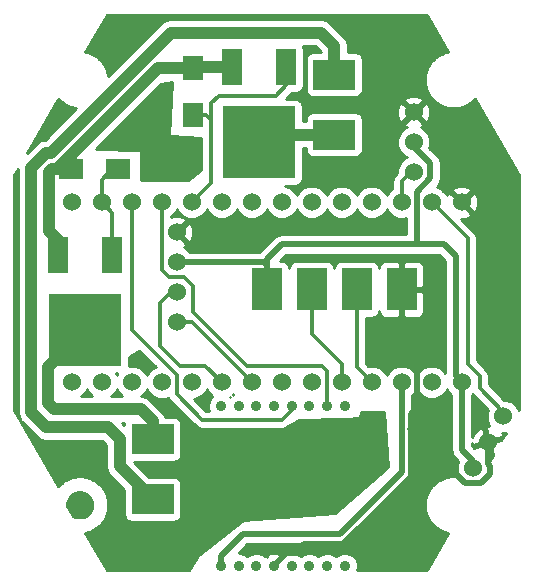
<source format=gbr>
G04 #@! TF.FileFunction,Copper,L1,Top,Signal*
%FSLAX46Y46*%
G04 Gerber Fmt 4.6, Leading zero omitted, Abs format (unit mm)*
G04 Created by KiCad (PCBNEW 4.0.4+e1-6308~48~ubuntu16.04.1-stable) date Sun Dec  4 20:09:00 2016*
%MOMM*%
%LPD*%
G01*
G04 APERTURE LIST*
%ADD10C,0.100000*%
%ADD11R,1.651000X3.048000*%
%ADD12R,6.096000X6.096000*%
%ADD13R,1.700000X2.000000*%
%ADD14R,2.000000X1.700000*%
%ADD15C,0.900000*%
%ADD16R,2.540000X3.540000*%
%ADD17C,1.524000*%
%ADD18R,3.540000X2.540000*%
%ADD19C,0.500000*%
%ADD20C,0.300000*%
%ADD21C,1.000000*%
%ADD22C,0.254000*%
G04 APERTURE END LIST*
D10*
D11*
X38227000Y-19939000D03*
D12*
X35941000Y-26289000D03*
D11*
X33655000Y-19939000D03*
X23495000Y-35814000D03*
D12*
X21209000Y-42164000D03*
D11*
X18923000Y-35814000D03*
D13*
X30353000Y-19971000D03*
X30353000Y-23971000D03*
D14*
X19971000Y-28575000D03*
X23971000Y-28575000D03*
D15*
X32702000Y-62122000D03*
X34202000Y-62122000D03*
X35702000Y-62122000D03*
X37202000Y-62122000D03*
X38702000Y-62122000D03*
X40202000Y-62122000D03*
X41702000Y-62122000D03*
X43202000Y-62122000D03*
X32702000Y-48622000D03*
X34202000Y-48622000D03*
X35702000Y-48622000D03*
X37202000Y-48622000D03*
X38702000Y-48622000D03*
X40202000Y-48622000D03*
X41702000Y-48622000D03*
X43202000Y-48622000D03*
D16*
X48006000Y-38735000D03*
X44196000Y-38735000D03*
X40386000Y-38735000D03*
X36576000Y-38735000D03*
D17*
X28956000Y-33909000D03*
X28956000Y-36449000D03*
X28956000Y-38989000D03*
X28956000Y-41529000D03*
X53086000Y-31369000D03*
X50546000Y-31369000D03*
X48006000Y-31369000D03*
X45466000Y-31369000D03*
X42926000Y-31369000D03*
X40386000Y-31369000D03*
X37846000Y-31369000D03*
X35306000Y-31369000D03*
X32766000Y-31369000D03*
X30226000Y-31369000D03*
X27686000Y-31369000D03*
X25146000Y-31369000D03*
X22606000Y-31369000D03*
X20066000Y-31369000D03*
X20066000Y-46609000D03*
X22606000Y-46609000D03*
X25146000Y-46609000D03*
X27686000Y-46609000D03*
X30226000Y-46609000D03*
X32766000Y-46609000D03*
X35306000Y-46609000D03*
X37846000Y-46609000D03*
X40386000Y-46609000D03*
X42926000Y-46609000D03*
X45466000Y-46609000D03*
X48006000Y-46609000D03*
X50546000Y-46609000D03*
X53086000Y-46609000D03*
X49022000Y-23749000D03*
X49022000Y-26289000D03*
X49022000Y-28829000D03*
D18*
X42291000Y-20574000D03*
X42291000Y-25654000D03*
X26924000Y-56515000D03*
X26924000Y-51435000D03*
D17*
X56601295Y-49489295D03*
X55331295Y-51689000D03*
X54061295Y-53888705D03*
D19*
X32702000Y-62122000D02*
X32702000Y-61278000D01*
X48006000Y-54229000D02*
X48006000Y-46609000D01*
X42799000Y-59436000D02*
X48006000Y-54229000D01*
X34544000Y-59436000D02*
X42799000Y-59436000D01*
X32702000Y-61278000D02*
X34544000Y-59436000D01*
X55331295Y-51689000D02*
X55331295Y-53553295D01*
X53340000Y-55118000D02*
X48768000Y-50546000D01*
X54737000Y-55118000D02*
X53340000Y-55118000D01*
X55499000Y-54356000D02*
X54737000Y-55118000D01*
X55499000Y-53721000D02*
X55499000Y-54356000D01*
X55331295Y-53553295D02*
X55499000Y-53721000D01*
X48768000Y-50546000D02*
X48706002Y-50546000D01*
X48706002Y-50546000D02*
X48768000Y-50546000D01*
X48006000Y-38735000D02*
X48006000Y-44196000D01*
X38237000Y-61087000D02*
X37202000Y-62122000D01*
X38989000Y-61087000D02*
X38237000Y-61087000D01*
X39751000Y-60325000D02*
X38989000Y-61087000D01*
X43053000Y-60325000D02*
X39751000Y-60325000D01*
X48768000Y-54610000D02*
X43053000Y-60325000D01*
X48768000Y-49276000D02*
X48768000Y-50546000D01*
X48768000Y-50546000D02*
X48768000Y-54610000D01*
X49276000Y-48768000D02*
X48768000Y-49276000D01*
X49276000Y-45466000D02*
X49276000Y-48768000D01*
X48006000Y-44196000D02*
X49276000Y-45466000D01*
D20*
X38702000Y-48622000D02*
X38702000Y-48928000D01*
X38702000Y-48928000D02*
X37846000Y-49784000D01*
X37846000Y-49784000D02*
X31115000Y-49784000D01*
X31115000Y-49784000D02*
X28956000Y-47625000D01*
X28956000Y-47625000D02*
X28956000Y-45974000D01*
X28956000Y-45974000D02*
X25146000Y-42164000D01*
X25146000Y-42164000D02*
X25146000Y-31369000D01*
X41702000Y-48622000D02*
X41702000Y-45639000D01*
X27686000Y-37084000D02*
X27686000Y-31369000D01*
X28321000Y-37719000D02*
X27686000Y-37084000D01*
X29591000Y-37719000D02*
X28321000Y-37719000D01*
X30353000Y-38481000D02*
X29591000Y-37719000D01*
X30353000Y-40640000D02*
X30353000Y-38481000D01*
X34925000Y-45212000D02*
X30353000Y-40640000D01*
X41275000Y-45212000D02*
X34925000Y-45212000D01*
X41702000Y-45639000D02*
X41275000Y-45212000D01*
X44196000Y-38735000D02*
X44196000Y-45339000D01*
X44196000Y-45339000D02*
X45466000Y-46609000D01*
X40386000Y-38735000D02*
X40386000Y-42545000D01*
X42926000Y-45085000D02*
X42926000Y-46609000D01*
X40386000Y-42545000D02*
X42926000Y-45085000D01*
D19*
X49022000Y-26289000D02*
X49022000Y-26670000D01*
X49022000Y-26670000D02*
X50419000Y-28067000D01*
X50419000Y-28067000D02*
X50419000Y-29337000D01*
X50419000Y-29337000D02*
X49276000Y-30480000D01*
X49276000Y-30480000D02*
X49276000Y-34798000D01*
X49276000Y-34798000D02*
X49403000Y-34925000D01*
X54061295Y-53888705D02*
X54061295Y-53299295D01*
X54061295Y-53299295D02*
X53086000Y-52324000D01*
X53086000Y-52324000D02*
X53086000Y-46609000D01*
X28956000Y-36449000D02*
X36322000Y-36449000D01*
X36576000Y-36703000D02*
X36576000Y-38735000D01*
X36322000Y-36449000D02*
X36576000Y-36703000D01*
X36576000Y-38735000D02*
X36576000Y-36195000D01*
X52578000Y-35941000D02*
X52578000Y-46101000D01*
X51562000Y-34925000D02*
X52578000Y-35941000D01*
X37846000Y-34925000D02*
X49403000Y-34925000D01*
X49403000Y-34925000D02*
X51562000Y-34925000D01*
X36576000Y-36195000D02*
X37846000Y-34925000D01*
X52578000Y-46101000D02*
X53086000Y-46609000D01*
D20*
X56601295Y-49489295D02*
X56601295Y-49108295D01*
X56601295Y-49108295D02*
X54610000Y-47117000D01*
X54610000Y-47117000D02*
X54610000Y-46101000D01*
X54610000Y-46101000D02*
X53594000Y-45085000D01*
X53594000Y-45085000D02*
X53594000Y-34417000D01*
X53594000Y-34417000D02*
X50546000Y-31369000D01*
X28956000Y-38989000D02*
X28448000Y-38989000D01*
X28448000Y-38989000D02*
X27559000Y-39878000D01*
X27559000Y-39878000D02*
X27559000Y-43561000D01*
X27559000Y-43561000D02*
X29210000Y-45212000D01*
X29210000Y-45212000D02*
X31369000Y-45212000D01*
X31369000Y-45212000D02*
X32766000Y-46609000D01*
X28956000Y-41529000D02*
X30226000Y-41529000D01*
X30226000Y-41529000D02*
X35306000Y-46609000D01*
X49022000Y-28829000D02*
X48768000Y-28829000D01*
X48768000Y-28829000D02*
X48006000Y-29591000D01*
X48006000Y-29591000D02*
X48006000Y-31369000D01*
D21*
X42291000Y-25654000D02*
X36576000Y-25654000D01*
X36576000Y-25654000D02*
X35941000Y-26289000D01*
D20*
X30353000Y-23971000D02*
X31464000Y-23971000D01*
X31464000Y-23971000D02*
X31877000Y-24384000D01*
X38227000Y-19939000D02*
X38227000Y-21463000D01*
X38227000Y-21463000D02*
X37338000Y-22352000D01*
X31877000Y-29718000D02*
X30226000Y-31369000D01*
X31877000Y-22987000D02*
X31877000Y-24384000D01*
X31877000Y-24384000D02*
X31877000Y-29718000D01*
X32512000Y-22352000D02*
X31877000Y-22987000D01*
X37338000Y-22352000D02*
X32512000Y-22352000D01*
X23971000Y-28575000D02*
X23495000Y-28575000D01*
X23495000Y-28575000D02*
X22606000Y-29464000D01*
X22606000Y-29464000D02*
X22606000Y-31369000D01*
X23495000Y-35814000D02*
X23495000Y-32258000D01*
X23495000Y-32258000D02*
X22606000Y-31369000D01*
D21*
X24130000Y-53721000D02*
X26924000Y-56515000D01*
X24130000Y-51435000D02*
X24130000Y-53721000D01*
X23114000Y-50419000D02*
X24130000Y-51435000D01*
X17907000Y-50419000D02*
X23114000Y-50419000D01*
X16637000Y-49149000D02*
X17907000Y-50419000D01*
X16637000Y-28448000D02*
X16637000Y-49149000D01*
X17907000Y-27178000D02*
X16637000Y-28448000D01*
X18288000Y-27178000D02*
X17907000Y-27178000D01*
X28448000Y-17018000D02*
X18288000Y-27178000D01*
X41148000Y-17018000D02*
X28448000Y-17018000D01*
X42291000Y-18161000D02*
X41148000Y-17018000D01*
X42291000Y-20574000D02*
X42291000Y-18161000D01*
X26924000Y-51435000D02*
X26924000Y-49911000D01*
X18034000Y-45339000D02*
X21209000Y-42164000D01*
X18034000Y-48387000D02*
X18034000Y-45339000D01*
X18542000Y-48895000D02*
X18034000Y-48387000D01*
X25908000Y-48895000D02*
X18542000Y-48895000D01*
X26924000Y-49911000D02*
X25908000Y-48895000D01*
X27400000Y-19971000D02*
X30353000Y-19971000D01*
X19971000Y-27400000D02*
X27400000Y-19971000D01*
X19971000Y-28575000D02*
X19971000Y-27400000D01*
X18923000Y-35814000D02*
X18923000Y-34544000D01*
X18923000Y-34544000D02*
X18161000Y-33782000D01*
X18161000Y-33782000D02*
X18161000Y-28829000D01*
X18161000Y-28829000D02*
X18415000Y-28575000D01*
X18415000Y-28575000D02*
X18796000Y-28575000D01*
X18796000Y-28575000D02*
X27400000Y-19971000D01*
X27400000Y-19971000D02*
X30353000Y-19971000D01*
X33655000Y-19939000D02*
X30385000Y-19939000D01*
X30385000Y-19939000D02*
X30353000Y-19971000D01*
X33941000Y-19653000D02*
X33655000Y-19939000D01*
D22*
G36*
X51900990Y-47399303D02*
X52201000Y-47699837D01*
X52201000Y-52323995D01*
X52200999Y-52324000D01*
X52234407Y-52491948D01*
X52268367Y-52662675D01*
X52363803Y-52805506D01*
X52460210Y-52949790D01*
X52798180Y-53287759D01*
X52664538Y-53609605D01*
X52664053Y-54165366D01*
X52840993Y-54593595D01*
X52840555Y-54593433D01*
X52731954Y-54576233D01*
X52710345Y-54577082D01*
X52689626Y-54570874D01*
X52580227Y-54560474D01*
X52558174Y-54562722D01*
X52536582Y-54557728D01*
X52426682Y-54554328D01*
X52405501Y-54557864D01*
X52384319Y-54554328D01*
X52274418Y-54557728D01*
X52252826Y-54562722D01*
X52230773Y-54560474D01*
X52121373Y-54570874D01*
X52100655Y-54577082D01*
X52079046Y-54576233D01*
X51970446Y-54593433D01*
X51949935Y-54601000D01*
X51928079Y-54601518D01*
X51820779Y-54625518D01*
X51801094Y-54634224D01*
X51779649Y-54636066D01*
X51674049Y-54666666D01*
X51654279Y-54676918D01*
X51632258Y-54680243D01*
X51528858Y-54717543D01*
X51510521Y-54728598D01*
X51489586Y-54733094D01*
X51388686Y-54776694D01*
X51370432Y-54789296D01*
X51349088Y-54795328D01*
X51251088Y-54845328D01*
X51234210Y-54858648D01*
X51213921Y-54865765D01*
X51119320Y-54921665D01*
X51102925Y-54936339D01*
X51082668Y-54944921D01*
X50991769Y-55006721D01*
X50976527Y-55022210D01*
X50957084Y-55031924D01*
X50870184Y-55099324D01*
X50855929Y-55115750D01*
X50837119Y-55126670D01*
X50754619Y-55199370D01*
X50741333Y-55216770D01*
X50723132Y-55228932D01*
X50645432Y-55306632D01*
X50633269Y-55324835D01*
X50615871Y-55338119D01*
X50543170Y-55420619D01*
X50532250Y-55439429D01*
X50515824Y-55453684D01*
X50448424Y-55540584D01*
X50438711Y-55560025D01*
X50423220Y-55575269D01*
X50361421Y-55666169D01*
X50352839Y-55686426D01*
X50338166Y-55702820D01*
X50282265Y-55797420D01*
X50275148Y-55817711D01*
X50261828Y-55834588D01*
X50211828Y-55932588D01*
X50205796Y-55953932D01*
X50193194Y-55972186D01*
X50149594Y-56073086D01*
X50145098Y-56094021D01*
X50134043Y-56112358D01*
X50096743Y-56215758D01*
X50093418Y-56237779D01*
X50083166Y-56257549D01*
X50052566Y-56363149D01*
X50050724Y-56384596D01*
X50042018Y-56404280D01*
X50018018Y-56511579D01*
X50017500Y-56533434D01*
X50009933Y-56553945D01*
X49992733Y-56662546D01*
X49993582Y-56684155D01*
X49987374Y-56704874D01*
X49976974Y-56814273D01*
X49979222Y-56836326D01*
X49974228Y-56857918D01*
X49970828Y-56967818D01*
X49974364Y-56989000D01*
X49970828Y-57010182D01*
X49974228Y-57120082D01*
X49979222Y-57141674D01*
X49976974Y-57163727D01*
X49987374Y-57273126D01*
X49993582Y-57293845D01*
X49992733Y-57315454D01*
X50009933Y-57424055D01*
X50017500Y-57444566D01*
X50018018Y-57466421D01*
X50042018Y-57573720D01*
X50050724Y-57593404D01*
X50052566Y-57614851D01*
X50083166Y-57720451D01*
X50093418Y-57740221D01*
X50096743Y-57762242D01*
X50134043Y-57865642D01*
X50145098Y-57883979D01*
X50149594Y-57904914D01*
X50193194Y-58005814D01*
X50205796Y-58024068D01*
X50211828Y-58045412D01*
X50261828Y-58143412D01*
X50275148Y-58160289D01*
X50282265Y-58180580D01*
X50338166Y-58275180D01*
X50352839Y-58291574D01*
X50361421Y-58311831D01*
X50423220Y-58402731D01*
X50438711Y-58417975D01*
X50448424Y-58437416D01*
X50515824Y-58524316D01*
X50532250Y-58538571D01*
X50543170Y-58557381D01*
X50615871Y-58639881D01*
X50633269Y-58653165D01*
X50645432Y-58671368D01*
X50723132Y-58749068D01*
X50741333Y-58761230D01*
X50754619Y-58778630D01*
X50837119Y-58851330D01*
X50855929Y-58862250D01*
X50870184Y-58878676D01*
X50957084Y-58946076D01*
X50976527Y-58955790D01*
X50991769Y-58971279D01*
X51082668Y-59033079D01*
X51102925Y-59041661D01*
X51119320Y-59056335D01*
X51213921Y-59112235D01*
X51234473Y-59119444D01*
X51251582Y-59132924D01*
X51349582Y-59182824D01*
X51370385Y-59188685D01*
X51388161Y-59200979D01*
X51489061Y-59244679D01*
X51510563Y-59249315D01*
X51529410Y-59260656D01*
X51632809Y-59297856D01*
X51654245Y-59301074D01*
X51673474Y-59311067D01*
X51779074Y-59341767D01*
X51800818Y-59343654D01*
X51820779Y-59352482D01*
X51912590Y-59373018D01*
X50128618Y-62462900D01*
X44235266Y-62462900D01*
X44286811Y-62338767D01*
X44287188Y-61907127D01*
X44122354Y-61508200D01*
X43817405Y-61202718D01*
X43418767Y-61037189D01*
X42987127Y-61036812D01*
X42588200Y-61201646D01*
X42452030Y-61337578D01*
X42317405Y-61202718D01*
X41918767Y-61037189D01*
X41487127Y-61036812D01*
X41088200Y-61201646D01*
X40952030Y-61337578D01*
X40817405Y-61202718D01*
X40418767Y-61037189D01*
X39987127Y-61036812D01*
X39588200Y-61201646D01*
X39452030Y-61337578D01*
X39317405Y-61202718D01*
X38918767Y-61037189D01*
X38487127Y-61036812D01*
X38088200Y-61201646D01*
X37965298Y-61324334D01*
X37892678Y-61251714D01*
X37776140Y-61368252D01*
X37745197Y-61158288D01*
X37335052Y-61023774D01*
X36904651Y-61056454D01*
X36658803Y-61158288D01*
X36627860Y-61368252D01*
X36511322Y-61251714D01*
X36438755Y-61324281D01*
X36317405Y-61202718D01*
X35918767Y-61037189D01*
X35487127Y-61036812D01*
X35088200Y-61201646D01*
X34952030Y-61337578D01*
X34817405Y-61202718D01*
X34418767Y-61037189D01*
X34194586Y-61036993D01*
X34910579Y-60321000D01*
X42798995Y-60321000D01*
X42799000Y-60321001D01*
X43081484Y-60264810D01*
X43137675Y-60253633D01*
X43424790Y-60061790D01*
X48631787Y-54854792D01*
X48631790Y-54854790D01*
X48823633Y-54567675D01*
X48834810Y-54511484D01*
X48891001Y-54229000D01*
X48891000Y-54228995D01*
X48891000Y-47699478D01*
X49189629Y-47401370D01*
X49275949Y-47193488D01*
X49360990Y-47399303D01*
X49753630Y-47792629D01*
X50266900Y-48005757D01*
X50822661Y-48006242D01*
X51336303Y-47794010D01*
X51729629Y-47401370D01*
X51815949Y-47193488D01*
X51900990Y-47399303D01*
X51900990Y-47399303D01*
G37*
X51900990Y-47399303D02*
X52201000Y-47699837D01*
X52201000Y-52323995D01*
X52200999Y-52324000D01*
X52234407Y-52491948D01*
X52268367Y-52662675D01*
X52363803Y-52805506D01*
X52460210Y-52949790D01*
X52798180Y-53287759D01*
X52664538Y-53609605D01*
X52664053Y-54165366D01*
X52840993Y-54593595D01*
X52840555Y-54593433D01*
X52731954Y-54576233D01*
X52710345Y-54577082D01*
X52689626Y-54570874D01*
X52580227Y-54560474D01*
X52558174Y-54562722D01*
X52536582Y-54557728D01*
X52426682Y-54554328D01*
X52405501Y-54557864D01*
X52384319Y-54554328D01*
X52274418Y-54557728D01*
X52252826Y-54562722D01*
X52230773Y-54560474D01*
X52121373Y-54570874D01*
X52100655Y-54577082D01*
X52079046Y-54576233D01*
X51970446Y-54593433D01*
X51949935Y-54601000D01*
X51928079Y-54601518D01*
X51820779Y-54625518D01*
X51801094Y-54634224D01*
X51779649Y-54636066D01*
X51674049Y-54666666D01*
X51654279Y-54676918D01*
X51632258Y-54680243D01*
X51528858Y-54717543D01*
X51510521Y-54728598D01*
X51489586Y-54733094D01*
X51388686Y-54776694D01*
X51370432Y-54789296D01*
X51349088Y-54795328D01*
X51251088Y-54845328D01*
X51234210Y-54858648D01*
X51213921Y-54865765D01*
X51119320Y-54921665D01*
X51102925Y-54936339D01*
X51082668Y-54944921D01*
X50991769Y-55006721D01*
X50976527Y-55022210D01*
X50957084Y-55031924D01*
X50870184Y-55099324D01*
X50855929Y-55115750D01*
X50837119Y-55126670D01*
X50754619Y-55199370D01*
X50741333Y-55216770D01*
X50723132Y-55228932D01*
X50645432Y-55306632D01*
X50633269Y-55324835D01*
X50615871Y-55338119D01*
X50543170Y-55420619D01*
X50532250Y-55439429D01*
X50515824Y-55453684D01*
X50448424Y-55540584D01*
X50438711Y-55560025D01*
X50423220Y-55575269D01*
X50361421Y-55666169D01*
X50352839Y-55686426D01*
X50338166Y-55702820D01*
X50282265Y-55797420D01*
X50275148Y-55817711D01*
X50261828Y-55834588D01*
X50211828Y-55932588D01*
X50205796Y-55953932D01*
X50193194Y-55972186D01*
X50149594Y-56073086D01*
X50145098Y-56094021D01*
X50134043Y-56112358D01*
X50096743Y-56215758D01*
X50093418Y-56237779D01*
X50083166Y-56257549D01*
X50052566Y-56363149D01*
X50050724Y-56384596D01*
X50042018Y-56404280D01*
X50018018Y-56511579D01*
X50017500Y-56533434D01*
X50009933Y-56553945D01*
X49992733Y-56662546D01*
X49993582Y-56684155D01*
X49987374Y-56704874D01*
X49976974Y-56814273D01*
X49979222Y-56836326D01*
X49974228Y-56857918D01*
X49970828Y-56967818D01*
X49974364Y-56989000D01*
X49970828Y-57010182D01*
X49974228Y-57120082D01*
X49979222Y-57141674D01*
X49976974Y-57163727D01*
X49987374Y-57273126D01*
X49993582Y-57293845D01*
X49992733Y-57315454D01*
X50009933Y-57424055D01*
X50017500Y-57444566D01*
X50018018Y-57466421D01*
X50042018Y-57573720D01*
X50050724Y-57593404D01*
X50052566Y-57614851D01*
X50083166Y-57720451D01*
X50093418Y-57740221D01*
X50096743Y-57762242D01*
X50134043Y-57865642D01*
X50145098Y-57883979D01*
X50149594Y-57904914D01*
X50193194Y-58005814D01*
X50205796Y-58024068D01*
X50211828Y-58045412D01*
X50261828Y-58143412D01*
X50275148Y-58160289D01*
X50282265Y-58180580D01*
X50338166Y-58275180D01*
X50352839Y-58291574D01*
X50361421Y-58311831D01*
X50423220Y-58402731D01*
X50438711Y-58417975D01*
X50448424Y-58437416D01*
X50515824Y-58524316D01*
X50532250Y-58538571D01*
X50543170Y-58557381D01*
X50615871Y-58639881D01*
X50633269Y-58653165D01*
X50645432Y-58671368D01*
X50723132Y-58749068D01*
X50741333Y-58761230D01*
X50754619Y-58778630D01*
X50837119Y-58851330D01*
X50855929Y-58862250D01*
X50870184Y-58878676D01*
X50957084Y-58946076D01*
X50976527Y-58955790D01*
X50991769Y-58971279D01*
X51082668Y-59033079D01*
X51102925Y-59041661D01*
X51119320Y-59056335D01*
X51213921Y-59112235D01*
X51234473Y-59119444D01*
X51251582Y-59132924D01*
X51349582Y-59182824D01*
X51370385Y-59188685D01*
X51388161Y-59200979D01*
X51489061Y-59244679D01*
X51510563Y-59249315D01*
X51529410Y-59260656D01*
X51632809Y-59297856D01*
X51654245Y-59301074D01*
X51673474Y-59311067D01*
X51779074Y-59341767D01*
X51800818Y-59343654D01*
X51820779Y-59352482D01*
X51912590Y-59373018D01*
X50128618Y-62462900D01*
X44235266Y-62462900D01*
X44286811Y-62338767D01*
X44287188Y-61907127D01*
X44122354Y-61508200D01*
X43817405Y-61202718D01*
X43418767Y-61037189D01*
X42987127Y-61036812D01*
X42588200Y-61201646D01*
X42452030Y-61337578D01*
X42317405Y-61202718D01*
X41918767Y-61037189D01*
X41487127Y-61036812D01*
X41088200Y-61201646D01*
X40952030Y-61337578D01*
X40817405Y-61202718D01*
X40418767Y-61037189D01*
X39987127Y-61036812D01*
X39588200Y-61201646D01*
X39452030Y-61337578D01*
X39317405Y-61202718D01*
X38918767Y-61037189D01*
X38487127Y-61036812D01*
X38088200Y-61201646D01*
X37965298Y-61324334D01*
X37892678Y-61251714D01*
X37776140Y-61368252D01*
X37745197Y-61158288D01*
X37335052Y-61023774D01*
X36904651Y-61056454D01*
X36658803Y-61158288D01*
X36627860Y-61368252D01*
X36511322Y-61251714D01*
X36438755Y-61324281D01*
X36317405Y-61202718D01*
X35918767Y-61037189D01*
X35487127Y-61036812D01*
X35088200Y-61201646D01*
X34952030Y-61337578D01*
X34817405Y-61202718D01*
X34418767Y-61037189D01*
X34194586Y-61036993D01*
X34910579Y-60321000D01*
X42798995Y-60321000D01*
X42799000Y-60321001D01*
X43081484Y-60264810D01*
X43137675Y-60253633D01*
X43424790Y-60061790D01*
X48631787Y-54854792D01*
X48631790Y-54854790D01*
X48823633Y-54567675D01*
X48834810Y-54511484D01*
X48891001Y-54229000D01*
X48891000Y-54228995D01*
X48891000Y-47699478D01*
X49189629Y-47401370D01*
X49275949Y-47193488D01*
X49360990Y-47399303D01*
X49753630Y-47792629D01*
X50266900Y-48005757D01*
X50822661Y-48006242D01*
X51336303Y-47794010D01*
X51729629Y-47401370D01*
X51815949Y-47193488D01*
X51900990Y-47399303D01*
G36*
X37395748Y-62107858D02*
X37381605Y-62122000D01*
X37395748Y-62136143D01*
X37216143Y-62315748D01*
X37202000Y-62301605D01*
X37187858Y-62315748D01*
X37008253Y-62136143D01*
X37022395Y-62122000D01*
X37008253Y-62107858D01*
X37187858Y-61928253D01*
X37202000Y-61942395D01*
X37216143Y-61928253D01*
X37395748Y-62107858D01*
X37395748Y-62107858D01*
G37*
X37395748Y-62107858D02*
X37381605Y-62122000D01*
X37395748Y-62136143D01*
X37216143Y-62315748D01*
X37202000Y-62301605D01*
X37187858Y-62315748D01*
X37008253Y-62136143D01*
X37022395Y-62122000D01*
X37008253Y-62107858D01*
X37187858Y-61928253D01*
X37202000Y-61942395D01*
X37216143Y-61928253D01*
X37395748Y-62107858D01*
G36*
X54054921Y-47672079D02*
X55318525Y-48935683D01*
X55204538Y-49210195D01*
X55204053Y-49765956D01*
X55415974Y-50278844D01*
X55309305Y-50264801D01*
X55128055Y-50439806D01*
X55397035Y-51443652D01*
X55345436Y-51495251D01*
X55525044Y-51674859D01*
X55756250Y-51443653D01*
X56514749Y-51240414D01*
X56575683Y-50995945D01*
X56482390Y-50886192D01*
X56812250Y-50886480D01*
X56445346Y-51521971D01*
X55576643Y-51754740D01*
X55525044Y-51703141D01*
X55345436Y-51882749D01*
X55576642Y-52113955D01*
X55743668Y-52737304D01*
X55366807Y-53390040D01*
X55246616Y-53099156D01*
X55353285Y-53113199D01*
X55534535Y-52938194D01*
X55265555Y-51934348D01*
X55317154Y-51882749D01*
X55137546Y-51703141D01*
X54906341Y-51934346D01*
X54150463Y-52136883D01*
X53971000Y-51957420D01*
X53971000Y-51777174D01*
X54082101Y-51892240D01*
X55175752Y-51599197D01*
X54882709Y-50505546D01*
X54638240Y-50444612D01*
X54214789Y-50804556D01*
X53971000Y-51280253D01*
X53971000Y-47699478D01*
X54032324Y-47638261D01*
X54054921Y-47672079D01*
X54054921Y-47672079D01*
G37*
X54054921Y-47672079D02*
X55318525Y-48935683D01*
X55204538Y-49210195D01*
X55204053Y-49765956D01*
X55415974Y-50278844D01*
X55309305Y-50264801D01*
X55128055Y-50439806D01*
X55397035Y-51443652D01*
X55345436Y-51495251D01*
X55525044Y-51674859D01*
X55756250Y-51443653D01*
X56514749Y-51240414D01*
X56575683Y-50995945D01*
X56482390Y-50886192D01*
X56812250Y-50886480D01*
X56445346Y-51521971D01*
X55576643Y-51754740D01*
X55525044Y-51703141D01*
X55345436Y-51882749D01*
X55576642Y-52113955D01*
X55743668Y-52737304D01*
X55366807Y-53390040D01*
X55246616Y-53099156D01*
X55353285Y-53113199D01*
X55534535Y-52938194D01*
X55265555Y-51934348D01*
X55317154Y-51882749D01*
X55137546Y-51703141D01*
X54906341Y-51934346D01*
X54150463Y-52136883D01*
X53971000Y-51957420D01*
X53971000Y-51777174D01*
X54082101Y-51892240D01*
X55175752Y-51599197D01*
X54882709Y-50505546D01*
X54638240Y-50444612D01*
X54214789Y-50804556D01*
X53971000Y-51280253D01*
X53971000Y-47699478D01*
X54032324Y-47638261D01*
X54054921Y-47672079D01*
G36*
X51912590Y-18604982D02*
X51820779Y-18625518D01*
X51800818Y-18634346D01*
X51779074Y-18636233D01*
X51673474Y-18666933D01*
X51654245Y-18676926D01*
X51632809Y-18680144D01*
X51529410Y-18717344D01*
X51510563Y-18728685D01*
X51489061Y-18733321D01*
X51388161Y-18777021D01*
X51370385Y-18789315D01*
X51349582Y-18795176D01*
X51251582Y-18845076D01*
X51234473Y-18858556D01*
X51213921Y-18865765D01*
X51119320Y-18921665D01*
X51102925Y-18936339D01*
X51082668Y-18944921D01*
X50991769Y-19006721D01*
X50976527Y-19022210D01*
X50957084Y-19031924D01*
X50870184Y-19099324D01*
X50855929Y-19115750D01*
X50837119Y-19126670D01*
X50754619Y-19199370D01*
X50741333Y-19216770D01*
X50723132Y-19228932D01*
X50645432Y-19306632D01*
X50633269Y-19324835D01*
X50615871Y-19338119D01*
X50543170Y-19420619D01*
X50532250Y-19439429D01*
X50515824Y-19453684D01*
X50448424Y-19540584D01*
X50438711Y-19560025D01*
X50423220Y-19575269D01*
X50361421Y-19666169D01*
X50352839Y-19686426D01*
X50338166Y-19702820D01*
X50282265Y-19797420D01*
X50275148Y-19817711D01*
X50261828Y-19834588D01*
X50211828Y-19932588D01*
X50205796Y-19953932D01*
X50193194Y-19972186D01*
X50149594Y-20073086D01*
X50145098Y-20094021D01*
X50134043Y-20112358D01*
X50096743Y-20215758D01*
X50093418Y-20237779D01*
X50083166Y-20257549D01*
X50052566Y-20363149D01*
X50050724Y-20384596D01*
X50042018Y-20404280D01*
X50018018Y-20511579D01*
X50017500Y-20533434D01*
X50009933Y-20553945D01*
X49992733Y-20662546D01*
X49993582Y-20684155D01*
X49987374Y-20704874D01*
X49976974Y-20814273D01*
X49979222Y-20836326D01*
X49974228Y-20857918D01*
X49970828Y-20967818D01*
X49974364Y-20989000D01*
X49970828Y-21010182D01*
X49974228Y-21120082D01*
X49979222Y-21141674D01*
X49976974Y-21163727D01*
X49987374Y-21273126D01*
X49993582Y-21293845D01*
X49992733Y-21315454D01*
X50009933Y-21424055D01*
X50017500Y-21444566D01*
X50018018Y-21466421D01*
X50042018Y-21573720D01*
X50050724Y-21593404D01*
X50052566Y-21614851D01*
X50083166Y-21720451D01*
X50093418Y-21740221D01*
X50096743Y-21762242D01*
X50134043Y-21865642D01*
X50145098Y-21883979D01*
X50149594Y-21904914D01*
X50193194Y-22005814D01*
X50205796Y-22024068D01*
X50211828Y-22045412D01*
X50261828Y-22143412D01*
X50275148Y-22160289D01*
X50282265Y-22180580D01*
X50338166Y-22275180D01*
X50352839Y-22291574D01*
X50361421Y-22311831D01*
X50423220Y-22402731D01*
X50438711Y-22417975D01*
X50448424Y-22437416D01*
X50515824Y-22524316D01*
X50532250Y-22538571D01*
X50543170Y-22557381D01*
X50615871Y-22639881D01*
X50633269Y-22653165D01*
X50645432Y-22671368D01*
X50723132Y-22749068D01*
X50741333Y-22761230D01*
X50754619Y-22778630D01*
X50837119Y-22851330D01*
X50855929Y-22862250D01*
X50870184Y-22878676D01*
X50957084Y-22946076D01*
X50976527Y-22955790D01*
X50991769Y-22971279D01*
X51082668Y-23033079D01*
X51102925Y-23041661D01*
X51119320Y-23056335D01*
X51213921Y-23112235D01*
X51234210Y-23119352D01*
X51251088Y-23132672D01*
X51349088Y-23182672D01*
X51370432Y-23188704D01*
X51388686Y-23201306D01*
X51489586Y-23244906D01*
X51510521Y-23249402D01*
X51528858Y-23260457D01*
X51632258Y-23297757D01*
X51654279Y-23301082D01*
X51674049Y-23311334D01*
X51779649Y-23341934D01*
X51801094Y-23343776D01*
X51820779Y-23352482D01*
X51928079Y-23376482D01*
X51949935Y-23377000D01*
X51970446Y-23384567D01*
X52079046Y-23401767D01*
X52100655Y-23400918D01*
X52121373Y-23407126D01*
X52230773Y-23417526D01*
X52252826Y-23415278D01*
X52274418Y-23420272D01*
X52384319Y-23423672D01*
X52405501Y-23420136D01*
X52426682Y-23423672D01*
X52536582Y-23420272D01*
X52558174Y-23415278D01*
X52580227Y-23417526D01*
X52689626Y-23407126D01*
X52710345Y-23400918D01*
X52731954Y-23401767D01*
X52840555Y-23384567D01*
X52861066Y-23377000D01*
X52882921Y-23376482D01*
X52990220Y-23352482D01*
X53009904Y-23343776D01*
X53031351Y-23341934D01*
X53136951Y-23311334D01*
X53156721Y-23301082D01*
X53178742Y-23297757D01*
X53282142Y-23260457D01*
X53300479Y-23249402D01*
X53321414Y-23244906D01*
X53422314Y-23201306D01*
X53440568Y-23188704D01*
X53461912Y-23182672D01*
X53559912Y-23132672D01*
X53576789Y-23119352D01*
X53597080Y-23112235D01*
X53691680Y-23056334D01*
X53708074Y-23041661D01*
X53728331Y-23033079D01*
X53819231Y-22971280D01*
X53834475Y-22955789D01*
X53853916Y-22946076D01*
X53940816Y-22878676D01*
X53955071Y-22862250D01*
X53973881Y-22851330D01*
X54056381Y-22778629D01*
X54069665Y-22761231D01*
X54087868Y-22749068D01*
X54165568Y-22671368D01*
X54177730Y-22653167D01*
X54195130Y-22639881D01*
X54223492Y-22607696D01*
X57948500Y-29059546D01*
X57948500Y-48918454D01*
X57906816Y-48990652D01*
X57786305Y-48698992D01*
X57393665Y-48305666D01*
X56880395Y-48092538D01*
X56695535Y-48092377D01*
X55395000Y-46791842D01*
X55395000Y-46101000D01*
X55362427Y-45937244D01*
X55335245Y-45800593D01*
X55165079Y-45545921D01*
X54379000Y-44759842D01*
X54379000Y-34417000D01*
X54319245Y-34116594D01*
X54149079Y-33861921D01*
X53056388Y-32769230D01*
X53433368Y-32750362D01*
X53817143Y-32591397D01*
X53886608Y-32349213D01*
X53086000Y-31548605D01*
X53071858Y-31562748D01*
X52892253Y-31383143D01*
X52906395Y-31369000D01*
X53265605Y-31369000D01*
X54066213Y-32169608D01*
X54308397Y-32100143D01*
X54495144Y-31576698D01*
X54467362Y-31021632D01*
X54308397Y-30637857D01*
X54066213Y-30568392D01*
X53265605Y-31369000D01*
X52906395Y-31369000D01*
X52105787Y-30568392D01*
X51863603Y-30637857D01*
X51813491Y-30778318D01*
X51731010Y-30578697D01*
X51541432Y-30388787D01*
X52285392Y-30388787D01*
X53086000Y-31189395D01*
X53886608Y-30388787D01*
X53817143Y-30146603D01*
X53293698Y-29959856D01*
X52738632Y-29987638D01*
X52354857Y-30146603D01*
X52285392Y-30388787D01*
X51541432Y-30388787D01*
X51338370Y-30185371D01*
X50973652Y-30033927D01*
X51044787Y-29962792D01*
X51044790Y-29962790D01*
X51236633Y-29675675D01*
X51248901Y-29614000D01*
X51304001Y-29337000D01*
X51304000Y-29336995D01*
X51304000Y-28067000D01*
X51236633Y-27728325D01*
X51044790Y-27441210D01*
X51044787Y-27441208D01*
X50346263Y-26742684D01*
X50418757Y-26568100D01*
X50419242Y-26012339D01*
X50207010Y-25498697D01*
X49814370Y-25105371D01*
X49622273Y-25025605D01*
X49753143Y-24971397D01*
X49822608Y-24729213D01*
X49022000Y-23928605D01*
X48221392Y-24729213D01*
X48290857Y-24971397D01*
X48431318Y-25021509D01*
X48231697Y-25103990D01*
X47838371Y-25496630D01*
X47625243Y-26009900D01*
X47624758Y-26565661D01*
X47836990Y-27079303D01*
X48229630Y-27472629D01*
X48437512Y-27558949D01*
X48231697Y-27643990D01*
X47838371Y-28036630D01*
X47625243Y-28549900D01*
X47624971Y-28861871D01*
X47450921Y-29035921D01*
X47280755Y-29290593D01*
X47239777Y-29496603D01*
X47221000Y-29591000D01*
X47221000Y-30181799D01*
X47215697Y-30183990D01*
X46822371Y-30576630D01*
X46736051Y-30784512D01*
X46651010Y-30578697D01*
X46258370Y-30185371D01*
X45745100Y-29972243D01*
X45189339Y-29971758D01*
X44675697Y-30183990D01*
X44282371Y-30576630D01*
X44196051Y-30784512D01*
X44111010Y-30578697D01*
X43718370Y-30185371D01*
X43205100Y-29972243D01*
X42649339Y-29971758D01*
X42135697Y-30183990D01*
X41742371Y-30576630D01*
X41656051Y-30784512D01*
X41571010Y-30578697D01*
X41178370Y-30185371D01*
X40665100Y-29972243D01*
X40109339Y-29971758D01*
X39595697Y-30183990D01*
X39202371Y-30576630D01*
X39116051Y-30784512D01*
X39031010Y-30578697D01*
X38638370Y-30185371D01*
X38154474Y-29984440D01*
X38989000Y-29984440D01*
X39224317Y-29940162D01*
X39440441Y-29801090D01*
X39585431Y-29588890D01*
X39636440Y-29337000D01*
X39636440Y-26789000D01*
X39873560Y-26789000D01*
X39873560Y-26924000D01*
X39917838Y-27159317D01*
X40056910Y-27375441D01*
X40269110Y-27520431D01*
X40521000Y-27571440D01*
X44061000Y-27571440D01*
X44296317Y-27527162D01*
X44512441Y-27388090D01*
X44657431Y-27175890D01*
X44708440Y-26924000D01*
X44708440Y-24384000D01*
X44664162Y-24148683D01*
X44525090Y-23932559D01*
X44312890Y-23787569D01*
X44061000Y-23736560D01*
X40521000Y-23736560D01*
X40285683Y-23780838D01*
X40069559Y-23919910D01*
X39924569Y-24132110D01*
X39873560Y-24384000D01*
X39873560Y-24519000D01*
X39636440Y-24519000D01*
X39636440Y-23541302D01*
X47612856Y-23541302D01*
X47640638Y-24096368D01*
X47799603Y-24480143D01*
X48041787Y-24549608D01*
X48842395Y-23749000D01*
X49201605Y-23749000D01*
X50002213Y-24549608D01*
X50244397Y-24480143D01*
X50431144Y-23956698D01*
X50403362Y-23401632D01*
X50244397Y-23017857D01*
X50002213Y-22948392D01*
X49201605Y-23749000D01*
X48842395Y-23749000D01*
X48041787Y-22948392D01*
X47799603Y-23017857D01*
X47612856Y-23541302D01*
X39636440Y-23541302D01*
X39636440Y-23241000D01*
X39592162Y-23005683D01*
X39453090Y-22789559D01*
X39422690Y-22768787D01*
X48221392Y-22768787D01*
X49022000Y-23569395D01*
X49822608Y-22768787D01*
X49753143Y-22526603D01*
X49229698Y-22339856D01*
X48674632Y-22367638D01*
X48290857Y-22526603D01*
X48221392Y-22768787D01*
X39422690Y-22768787D01*
X39240890Y-22644569D01*
X38989000Y-22593560D01*
X38206598Y-22593560D01*
X38689718Y-22110440D01*
X39052500Y-22110440D01*
X39287817Y-22066162D01*
X39503941Y-21927090D01*
X39648931Y-21714890D01*
X39699940Y-21463000D01*
X39699940Y-18415000D01*
X39655662Y-18179683D01*
X39638492Y-18153000D01*
X40677868Y-18153000D01*
X41156000Y-18631132D01*
X41156000Y-18656560D01*
X40521000Y-18656560D01*
X40285683Y-18700838D01*
X40069559Y-18839910D01*
X39924569Y-19052110D01*
X39873560Y-19304000D01*
X39873560Y-21844000D01*
X39917838Y-22079317D01*
X40056910Y-22295441D01*
X40269110Y-22440431D01*
X40521000Y-22491440D01*
X44061000Y-22491440D01*
X44296317Y-22447162D01*
X44512441Y-22308090D01*
X44657431Y-22095890D01*
X44708440Y-21844000D01*
X44708440Y-19304000D01*
X44664162Y-19068683D01*
X44525090Y-18852559D01*
X44312890Y-18707569D01*
X44061000Y-18656560D01*
X43426000Y-18656560D01*
X43426000Y-18161000D01*
X43339603Y-17726654D01*
X43093566Y-17358434D01*
X41950566Y-16215434D01*
X41582346Y-15969397D01*
X41148000Y-15883000D01*
X28448000Y-15883000D01*
X28013654Y-15969397D01*
X27645434Y-16215434D01*
X23162636Y-20698232D01*
X23158418Y-20684155D01*
X23159267Y-20662546D01*
X23142067Y-20553946D01*
X23134500Y-20533435D01*
X23133982Y-20511579D01*
X23109982Y-20404279D01*
X23101276Y-20384594D01*
X23099434Y-20363149D01*
X23068834Y-20257549D01*
X23058582Y-20237779D01*
X23055257Y-20215758D01*
X23017957Y-20112358D01*
X23006902Y-20094021D01*
X23002406Y-20073086D01*
X22958806Y-19972186D01*
X22946204Y-19953932D01*
X22940172Y-19932588D01*
X22890172Y-19834588D01*
X22876852Y-19817710D01*
X22869735Y-19797421D01*
X22813835Y-19702820D01*
X22799161Y-19686425D01*
X22790579Y-19666168D01*
X22728779Y-19575269D01*
X22713290Y-19560027D01*
X22703576Y-19540584D01*
X22636176Y-19453684D01*
X22619750Y-19439429D01*
X22608830Y-19420619D01*
X22536130Y-19338119D01*
X22518730Y-19324833D01*
X22506568Y-19306632D01*
X22428868Y-19228932D01*
X22410665Y-19216769D01*
X22397381Y-19199371D01*
X22314881Y-19126670D01*
X22296071Y-19115750D01*
X22281816Y-19099324D01*
X22194916Y-19031924D01*
X22175475Y-19022211D01*
X22160231Y-19006720D01*
X22069331Y-18944921D01*
X22049074Y-18936339D01*
X22032680Y-18921666D01*
X21938080Y-18865765D01*
X21917526Y-18858555D01*
X21900418Y-18845076D01*
X21802418Y-18795176D01*
X21781616Y-18789315D01*
X21763839Y-18777021D01*
X21662939Y-18733321D01*
X21641437Y-18728685D01*
X21622590Y-18717344D01*
X21519190Y-18680144D01*
X21497756Y-18676927D01*
X21478526Y-18666933D01*
X21372926Y-18636233D01*
X21351181Y-18634346D01*
X21331220Y-18625518D01*
X21239410Y-18604982D01*
X23023382Y-15515100D01*
X50128618Y-15515100D01*
X51912590Y-18604982D01*
X51912590Y-18604982D01*
G37*
X51912590Y-18604982D02*
X51820779Y-18625518D01*
X51800818Y-18634346D01*
X51779074Y-18636233D01*
X51673474Y-18666933D01*
X51654245Y-18676926D01*
X51632809Y-18680144D01*
X51529410Y-18717344D01*
X51510563Y-18728685D01*
X51489061Y-18733321D01*
X51388161Y-18777021D01*
X51370385Y-18789315D01*
X51349582Y-18795176D01*
X51251582Y-18845076D01*
X51234473Y-18858556D01*
X51213921Y-18865765D01*
X51119320Y-18921665D01*
X51102925Y-18936339D01*
X51082668Y-18944921D01*
X50991769Y-19006721D01*
X50976527Y-19022210D01*
X50957084Y-19031924D01*
X50870184Y-19099324D01*
X50855929Y-19115750D01*
X50837119Y-19126670D01*
X50754619Y-19199370D01*
X50741333Y-19216770D01*
X50723132Y-19228932D01*
X50645432Y-19306632D01*
X50633269Y-19324835D01*
X50615871Y-19338119D01*
X50543170Y-19420619D01*
X50532250Y-19439429D01*
X50515824Y-19453684D01*
X50448424Y-19540584D01*
X50438711Y-19560025D01*
X50423220Y-19575269D01*
X50361421Y-19666169D01*
X50352839Y-19686426D01*
X50338166Y-19702820D01*
X50282265Y-19797420D01*
X50275148Y-19817711D01*
X50261828Y-19834588D01*
X50211828Y-19932588D01*
X50205796Y-19953932D01*
X50193194Y-19972186D01*
X50149594Y-20073086D01*
X50145098Y-20094021D01*
X50134043Y-20112358D01*
X50096743Y-20215758D01*
X50093418Y-20237779D01*
X50083166Y-20257549D01*
X50052566Y-20363149D01*
X50050724Y-20384596D01*
X50042018Y-20404280D01*
X50018018Y-20511579D01*
X50017500Y-20533434D01*
X50009933Y-20553945D01*
X49992733Y-20662546D01*
X49993582Y-20684155D01*
X49987374Y-20704874D01*
X49976974Y-20814273D01*
X49979222Y-20836326D01*
X49974228Y-20857918D01*
X49970828Y-20967818D01*
X49974364Y-20989000D01*
X49970828Y-21010182D01*
X49974228Y-21120082D01*
X49979222Y-21141674D01*
X49976974Y-21163727D01*
X49987374Y-21273126D01*
X49993582Y-21293845D01*
X49992733Y-21315454D01*
X50009933Y-21424055D01*
X50017500Y-21444566D01*
X50018018Y-21466421D01*
X50042018Y-21573720D01*
X50050724Y-21593404D01*
X50052566Y-21614851D01*
X50083166Y-21720451D01*
X50093418Y-21740221D01*
X50096743Y-21762242D01*
X50134043Y-21865642D01*
X50145098Y-21883979D01*
X50149594Y-21904914D01*
X50193194Y-22005814D01*
X50205796Y-22024068D01*
X50211828Y-22045412D01*
X50261828Y-22143412D01*
X50275148Y-22160289D01*
X50282265Y-22180580D01*
X50338166Y-22275180D01*
X50352839Y-22291574D01*
X50361421Y-22311831D01*
X50423220Y-22402731D01*
X50438711Y-22417975D01*
X50448424Y-22437416D01*
X50515824Y-22524316D01*
X50532250Y-22538571D01*
X50543170Y-22557381D01*
X50615871Y-22639881D01*
X50633269Y-22653165D01*
X50645432Y-22671368D01*
X50723132Y-22749068D01*
X50741333Y-22761230D01*
X50754619Y-22778630D01*
X50837119Y-22851330D01*
X50855929Y-22862250D01*
X50870184Y-22878676D01*
X50957084Y-22946076D01*
X50976527Y-22955790D01*
X50991769Y-22971279D01*
X51082668Y-23033079D01*
X51102925Y-23041661D01*
X51119320Y-23056335D01*
X51213921Y-23112235D01*
X51234210Y-23119352D01*
X51251088Y-23132672D01*
X51349088Y-23182672D01*
X51370432Y-23188704D01*
X51388686Y-23201306D01*
X51489586Y-23244906D01*
X51510521Y-23249402D01*
X51528858Y-23260457D01*
X51632258Y-23297757D01*
X51654279Y-23301082D01*
X51674049Y-23311334D01*
X51779649Y-23341934D01*
X51801094Y-23343776D01*
X51820779Y-23352482D01*
X51928079Y-23376482D01*
X51949935Y-23377000D01*
X51970446Y-23384567D01*
X52079046Y-23401767D01*
X52100655Y-23400918D01*
X52121373Y-23407126D01*
X52230773Y-23417526D01*
X52252826Y-23415278D01*
X52274418Y-23420272D01*
X52384319Y-23423672D01*
X52405501Y-23420136D01*
X52426682Y-23423672D01*
X52536582Y-23420272D01*
X52558174Y-23415278D01*
X52580227Y-23417526D01*
X52689626Y-23407126D01*
X52710345Y-23400918D01*
X52731954Y-23401767D01*
X52840555Y-23384567D01*
X52861066Y-23377000D01*
X52882921Y-23376482D01*
X52990220Y-23352482D01*
X53009904Y-23343776D01*
X53031351Y-23341934D01*
X53136951Y-23311334D01*
X53156721Y-23301082D01*
X53178742Y-23297757D01*
X53282142Y-23260457D01*
X53300479Y-23249402D01*
X53321414Y-23244906D01*
X53422314Y-23201306D01*
X53440568Y-23188704D01*
X53461912Y-23182672D01*
X53559912Y-23132672D01*
X53576789Y-23119352D01*
X53597080Y-23112235D01*
X53691680Y-23056334D01*
X53708074Y-23041661D01*
X53728331Y-23033079D01*
X53819231Y-22971280D01*
X53834475Y-22955789D01*
X53853916Y-22946076D01*
X53940816Y-22878676D01*
X53955071Y-22862250D01*
X53973881Y-22851330D01*
X54056381Y-22778629D01*
X54069665Y-22761231D01*
X54087868Y-22749068D01*
X54165568Y-22671368D01*
X54177730Y-22653167D01*
X54195130Y-22639881D01*
X54223492Y-22607696D01*
X57948500Y-29059546D01*
X57948500Y-48918454D01*
X57906816Y-48990652D01*
X57786305Y-48698992D01*
X57393665Y-48305666D01*
X56880395Y-48092538D01*
X56695535Y-48092377D01*
X55395000Y-46791842D01*
X55395000Y-46101000D01*
X55362427Y-45937244D01*
X55335245Y-45800593D01*
X55165079Y-45545921D01*
X54379000Y-44759842D01*
X54379000Y-34417000D01*
X54319245Y-34116594D01*
X54149079Y-33861921D01*
X53056388Y-32769230D01*
X53433368Y-32750362D01*
X53817143Y-32591397D01*
X53886608Y-32349213D01*
X53086000Y-31548605D01*
X53071858Y-31562748D01*
X52892253Y-31383143D01*
X52906395Y-31369000D01*
X53265605Y-31369000D01*
X54066213Y-32169608D01*
X54308397Y-32100143D01*
X54495144Y-31576698D01*
X54467362Y-31021632D01*
X54308397Y-30637857D01*
X54066213Y-30568392D01*
X53265605Y-31369000D01*
X52906395Y-31369000D01*
X52105787Y-30568392D01*
X51863603Y-30637857D01*
X51813491Y-30778318D01*
X51731010Y-30578697D01*
X51541432Y-30388787D01*
X52285392Y-30388787D01*
X53086000Y-31189395D01*
X53886608Y-30388787D01*
X53817143Y-30146603D01*
X53293698Y-29959856D01*
X52738632Y-29987638D01*
X52354857Y-30146603D01*
X52285392Y-30388787D01*
X51541432Y-30388787D01*
X51338370Y-30185371D01*
X50973652Y-30033927D01*
X51044787Y-29962792D01*
X51044790Y-29962790D01*
X51236633Y-29675675D01*
X51248901Y-29614000D01*
X51304001Y-29337000D01*
X51304000Y-29336995D01*
X51304000Y-28067000D01*
X51236633Y-27728325D01*
X51044790Y-27441210D01*
X51044787Y-27441208D01*
X50346263Y-26742684D01*
X50418757Y-26568100D01*
X50419242Y-26012339D01*
X50207010Y-25498697D01*
X49814370Y-25105371D01*
X49622273Y-25025605D01*
X49753143Y-24971397D01*
X49822608Y-24729213D01*
X49022000Y-23928605D01*
X48221392Y-24729213D01*
X48290857Y-24971397D01*
X48431318Y-25021509D01*
X48231697Y-25103990D01*
X47838371Y-25496630D01*
X47625243Y-26009900D01*
X47624758Y-26565661D01*
X47836990Y-27079303D01*
X48229630Y-27472629D01*
X48437512Y-27558949D01*
X48231697Y-27643990D01*
X47838371Y-28036630D01*
X47625243Y-28549900D01*
X47624971Y-28861871D01*
X47450921Y-29035921D01*
X47280755Y-29290593D01*
X47239777Y-29496603D01*
X47221000Y-29591000D01*
X47221000Y-30181799D01*
X47215697Y-30183990D01*
X46822371Y-30576630D01*
X46736051Y-30784512D01*
X46651010Y-30578697D01*
X46258370Y-30185371D01*
X45745100Y-29972243D01*
X45189339Y-29971758D01*
X44675697Y-30183990D01*
X44282371Y-30576630D01*
X44196051Y-30784512D01*
X44111010Y-30578697D01*
X43718370Y-30185371D01*
X43205100Y-29972243D01*
X42649339Y-29971758D01*
X42135697Y-30183990D01*
X41742371Y-30576630D01*
X41656051Y-30784512D01*
X41571010Y-30578697D01*
X41178370Y-30185371D01*
X40665100Y-29972243D01*
X40109339Y-29971758D01*
X39595697Y-30183990D01*
X39202371Y-30576630D01*
X39116051Y-30784512D01*
X39031010Y-30578697D01*
X38638370Y-30185371D01*
X38154474Y-29984440D01*
X38989000Y-29984440D01*
X39224317Y-29940162D01*
X39440441Y-29801090D01*
X39585431Y-29588890D01*
X39636440Y-29337000D01*
X39636440Y-26789000D01*
X39873560Y-26789000D01*
X39873560Y-26924000D01*
X39917838Y-27159317D01*
X40056910Y-27375441D01*
X40269110Y-27520431D01*
X40521000Y-27571440D01*
X44061000Y-27571440D01*
X44296317Y-27527162D01*
X44512441Y-27388090D01*
X44657431Y-27175890D01*
X44708440Y-26924000D01*
X44708440Y-24384000D01*
X44664162Y-24148683D01*
X44525090Y-23932559D01*
X44312890Y-23787569D01*
X44061000Y-23736560D01*
X40521000Y-23736560D01*
X40285683Y-23780838D01*
X40069559Y-23919910D01*
X39924569Y-24132110D01*
X39873560Y-24384000D01*
X39873560Y-24519000D01*
X39636440Y-24519000D01*
X39636440Y-23541302D01*
X47612856Y-23541302D01*
X47640638Y-24096368D01*
X47799603Y-24480143D01*
X48041787Y-24549608D01*
X48842395Y-23749000D01*
X49201605Y-23749000D01*
X50002213Y-24549608D01*
X50244397Y-24480143D01*
X50431144Y-23956698D01*
X50403362Y-23401632D01*
X50244397Y-23017857D01*
X50002213Y-22948392D01*
X49201605Y-23749000D01*
X48842395Y-23749000D01*
X48041787Y-22948392D01*
X47799603Y-23017857D01*
X47612856Y-23541302D01*
X39636440Y-23541302D01*
X39636440Y-23241000D01*
X39592162Y-23005683D01*
X39453090Y-22789559D01*
X39422690Y-22768787D01*
X48221392Y-22768787D01*
X49022000Y-23569395D01*
X49822608Y-22768787D01*
X49753143Y-22526603D01*
X49229698Y-22339856D01*
X48674632Y-22367638D01*
X48290857Y-22526603D01*
X48221392Y-22768787D01*
X39422690Y-22768787D01*
X39240890Y-22644569D01*
X38989000Y-22593560D01*
X38206598Y-22593560D01*
X38689718Y-22110440D01*
X39052500Y-22110440D01*
X39287817Y-22066162D01*
X39503941Y-21927090D01*
X39648931Y-21714890D01*
X39699940Y-21463000D01*
X39699940Y-18415000D01*
X39655662Y-18179683D01*
X39638492Y-18153000D01*
X40677868Y-18153000D01*
X41156000Y-18631132D01*
X41156000Y-18656560D01*
X40521000Y-18656560D01*
X40285683Y-18700838D01*
X40069559Y-18839910D01*
X39924569Y-19052110D01*
X39873560Y-19304000D01*
X39873560Y-21844000D01*
X39917838Y-22079317D01*
X40056910Y-22295441D01*
X40269110Y-22440431D01*
X40521000Y-22491440D01*
X44061000Y-22491440D01*
X44296317Y-22447162D01*
X44512441Y-22308090D01*
X44657431Y-22095890D01*
X44708440Y-21844000D01*
X44708440Y-19304000D01*
X44664162Y-19068683D01*
X44525090Y-18852559D01*
X44312890Y-18707569D01*
X44061000Y-18656560D01*
X43426000Y-18656560D01*
X43426000Y-18161000D01*
X43339603Y-17726654D01*
X43093566Y-17358434D01*
X41950566Y-16215434D01*
X41582346Y-15969397D01*
X41148000Y-15883000D01*
X28448000Y-15883000D01*
X28013654Y-15969397D01*
X27645434Y-16215434D01*
X23162636Y-20698232D01*
X23158418Y-20684155D01*
X23159267Y-20662546D01*
X23142067Y-20553946D01*
X23134500Y-20533435D01*
X23133982Y-20511579D01*
X23109982Y-20404279D01*
X23101276Y-20384594D01*
X23099434Y-20363149D01*
X23068834Y-20257549D01*
X23058582Y-20237779D01*
X23055257Y-20215758D01*
X23017957Y-20112358D01*
X23006902Y-20094021D01*
X23002406Y-20073086D01*
X22958806Y-19972186D01*
X22946204Y-19953932D01*
X22940172Y-19932588D01*
X22890172Y-19834588D01*
X22876852Y-19817710D01*
X22869735Y-19797421D01*
X22813835Y-19702820D01*
X22799161Y-19686425D01*
X22790579Y-19666168D01*
X22728779Y-19575269D01*
X22713290Y-19560027D01*
X22703576Y-19540584D01*
X22636176Y-19453684D01*
X22619750Y-19439429D01*
X22608830Y-19420619D01*
X22536130Y-19338119D01*
X22518730Y-19324833D01*
X22506568Y-19306632D01*
X22428868Y-19228932D01*
X22410665Y-19216769D01*
X22397381Y-19199371D01*
X22314881Y-19126670D01*
X22296071Y-19115750D01*
X22281816Y-19099324D01*
X22194916Y-19031924D01*
X22175475Y-19022211D01*
X22160231Y-19006720D01*
X22069331Y-18944921D01*
X22049074Y-18936339D01*
X22032680Y-18921666D01*
X21938080Y-18865765D01*
X21917526Y-18858555D01*
X21900418Y-18845076D01*
X21802418Y-18795176D01*
X21781616Y-18789315D01*
X21763839Y-18777021D01*
X21662939Y-18733321D01*
X21641437Y-18728685D01*
X21622590Y-18717344D01*
X21519190Y-18680144D01*
X21497756Y-18676927D01*
X21478526Y-18666933D01*
X21372926Y-18636233D01*
X21351181Y-18634346D01*
X21331220Y-18625518D01*
X21239410Y-18604982D01*
X23023382Y-15515100D01*
X50128618Y-15515100D01*
X51912590Y-18604982D01*
G36*
X49403000Y-35810001D02*
X49403005Y-35810000D01*
X51195420Y-35810000D01*
X51693000Y-36307579D01*
X51693000Y-45780621D01*
X51338370Y-45425371D01*
X50825100Y-45212243D01*
X50269339Y-45211758D01*
X49755697Y-45423990D01*
X49362371Y-45816630D01*
X49276051Y-46024512D01*
X49191010Y-45818697D01*
X48798370Y-45425371D01*
X48285100Y-45212243D01*
X47729339Y-45211758D01*
X47215697Y-45423990D01*
X46822371Y-45816630D01*
X46736051Y-46024512D01*
X46651010Y-45818697D01*
X46258370Y-45425371D01*
X45745100Y-45212243D01*
X45189339Y-45211758D01*
X45181963Y-45214805D01*
X44981000Y-45013842D01*
X44981000Y-41152440D01*
X45466000Y-41152440D01*
X45701317Y-41108162D01*
X45917441Y-40969090D01*
X46062431Y-40756890D01*
X46101000Y-40566431D01*
X46101000Y-40631310D01*
X46197673Y-40864699D01*
X46376302Y-41043327D01*
X46609691Y-41140000D01*
X47720250Y-41140000D01*
X47879000Y-40981250D01*
X47879000Y-38862000D01*
X48133000Y-38862000D01*
X48133000Y-40981250D01*
X48291750Y-41140000D01*
X49402309Y-41140000D01*
X49635698Y-41043327D01*
X49814327Y-40864699D01*
X49911000Y-40631310D01*
X49911000Y-39020750D01*
X49752250Y-38862000D01*
X48133000Y-38862000D01*
X47879000Y-38862000D01*
X47859000Y-38862000D01*
X47859000Y-38608000D01*
X47879000Y-38608000D01*
X47879000Y-36488750D01*
X48133000Y-36488750D01*
X48133000Y-38608000D01*
X49752250Y-38608000D01*
X49911000Y-38449250D01*
X49911000Y-36838690D01*
X49814327Y-36605301D01*
X49635698Y-36426673D01*
X49402309Y-36330000D01*
X48291750Y-36330000D01*
X48133000Y-36488750D01*
X47879000Y-36488750D01*
X47720250Y-36330000D01*
X46609691Y-36330000D01*
X46376302Y-36426673D01*
X46197673Y-36605301D01*
X46101000Y-36838690D01*
X46101000Y-36898887D01*
X46069162Y-36729683D01*
X45930090Y-36513559D01*
X45717890Y-36368569D01*
X45466000Y-36317560D01*
X42926000Y-36317560D01*
X42690683Y-36361838D01*
X42474559Y-36500910D01*
X42329569Y-36713110D01*
X42291457Y-36901314D01*
X42259162Y-36729683D01*
X42120090Y-36513559D01*
X41907890Y-36368569D01*
X41656000Y-36317560D01*
X39116000Y-36317560D01*
X38880683Y-36361838D01*
X38664559Y-36500910D01*
X38519569Y-36713110D01*
X38481457Y-36901314D01*
X38449162Y-36729683D01*
X38310090Y-36513559D01*
X38097890Y-36368569D01*
X37846000Y-36317560D01*
X37705020Y-36317560D01*
X38212579Y-35810000D01*
X49402995Y-35810000D01*
X49403000Y-35810001D01*
X49403000Y-35810001D01*
G37*
X49403000Y-35810001D02*
X49403005Y-35810000D01*
X51195420Y-35810000D01*
X51693000Y-36307579D01*
X51693000Y-45780621D01*
X51338370Y-45425371D01*
X50825100Y-45212243D01*
X50269339Y-45211758D01*
X49755697Y-45423990D01*
X49362371Y-45816630D01*
X49276051Y-46024512D01*
X49191010Y-45818697D01*
X48798370Y-45425371D01*
X48285100Y-45212243D01*
X47729339Y-45211758D01*
X47215697Y-45423990D01*
X46822371Y-45816630D01*
X46736051Y-46024512D01*
X46651010Y-45818697D01*
X46258370Y-45425371D01*
X45745100Y-45212243D01*
X45189339Y-45211758D01*
X45181963Y-45214805D01*
X44981000Y-45013842D01*
X44981000Y-41152440D01*
X45466000Y-41152440D01*
X45701317Y-41108162D01*
X45917441Y-40969090D01*
X46062431Y-40756890D01*
X46101000Y-40566431D01*
X46101000Y-40631310D01*
X46197673Y-40864699D01*
X46376302Y-41043327D01*
X46609691Y-41140000D01*
X47720250Y-41140000D01*
X47879000Y-40981250D01*
X47879000Y-38862000D01*
X48133000Y-38862000D01*
X48133000Y-40981250D01*
X48291750Y-41140000D01*
X49402309Y-41140000D01*
X49635698Y-41043327D01*
X49814327Y-40864699D01*
X49911000Y-40631310D01*
X49911000Y-39020750D01*
X49752250Y-38862000D01*
X48133000Y-38862000D01*
X47879000Y-38862000D01*
X47859000Y-38862000D01*
X47859000Y-38608000D01*
X47879000Y-38608000D01*
X47879000Y-36488750D01*
X48133000Y-36488750D01*
X48133000Y-38608000D01*
X49752250Y-38608000D01*
X49911000Y-38449250D01*
X49911000Y-36838690D01*
X49814327Y-36605301D01*
X49635698Y-36426673D01*
X49402309Y-36330000D01*
X48291750Y-36330000D01*
X48133000Y-36488750D01*
X47879000Y-36488750D01*
X47720250Y-36330000D01*
X46609691Y-36330000D01*
X46376302Y-36426673D01*
X46197673Y-36605301D01*
X46101000Y-36838690D01*
X46101000Y-36898887D01*
X46069162Y-36729683D01*
X45930090Y-36513559D01*
X45717890Y-36368569D01*
X45466000Y-36317560D01*
X42926000Y-36317560D01*
X42690683Y-36361838D01*
X42474559Y-36500910D01*
X42329569Y-36713110D01*
X42291457Y-36901314D01*
X42259162Y-36729683D01*
X42120090Y-36513559D01*
X41907890Y-36368569D01*
X41656000Y-36317560D01*
X39116000Y-36317560D01*
X38880683Y-36361838D01*
X38664559Y-36500910D01*
X38519569Y-36713110D01*
X38481457Y-36901314D01*
X38449162Y-36729683D01*
X38310090Y-36513559D01*
X38097890Y-36368569D01*
X37846000Y-36317560D01*
X37705020Y-36317560D01*
X38212579Y-35810000D01*
X49402995Y-35810000D01*
X49403000Y-35810001D01*
G36*
X46820990Y-32159303D02*
X47213630Y-32552629D01*
X47726900Y-32765757D01*
X48282661Y-32766242D01*
X48391000Y-32721477D01*
X48391000Y-34040000D01*
X37846005Y-34040000D01*
X37846000Y-34039999D01*
X37507325Y-34107367D01*
X37220210Y-34299210D01*
X37220208Y-34299213D01*
X35955420Y-35564000D01*
X30046478Y-35564000D01*
X29748370Y-35265371D01*
X29556273Y-35185605D01*
X29687143Y-35131397D01*
X29756608Y-34889213D01*
X28956000Y-34088605D01*
X28941858Y-34102748D01*
X28762253Y-33923143D01*
X28776395Y-33909000D01*
X29135605Y-33909000D01*
X29936213Y-34709608D01*
X30178397Y-34640143D01*
X30365144Y-34116698D01*
X30337362Y-33561632D01*
X30178397Y-33177857D01*
X29936213Y-33108392D01*
X29135605Y-33909000D01*
X28776395Y-33909000D01*
X28762253Y-33894858D01*
X28941858Y-33715253D01*
X28956000Y-33729395D01*
X29756608Y-32928787D01*
X29687143Y-32686603D01*
X29163698Y-32499856D01*
X28608632Y-32527638D01*
X28471000Y-32584647D01*
X28471000Y-32556201D01*
X28476303Y-32554010D01*
X28869629Y-32161370D01*
X28955949Y-31953488D01*
X29040990Y-32159303D01*
X29433630Y-32552629D01*
X29946900Y-32765757D01*
X30502661Y-32766242D01*
X31016303Y-32554010D01*
X31409629Y-32161370D01*
X31495949Y-31953488D01*
X31580990Y-32159303D01*
X31973630Y-32552629D01*
X32486900Y-32765757D01*
X33042661Y-32766242D01*
X33556303Y-32554010D01*
X33949629Y-32161370D01*
X34035949Y-31953488D01*
X34120990Y-32159303D01*
X34513630Y-32552629D01*
X35026900Y-32765757D01*
X35582661Y-32766242D01*
X36096303Y-32554010D01*
X36489629Y-32161370D01*
X36575949Y-31953488D01*
X36660990Y-32159303D01*
X37053630Y-32552629D01*
X37566900Y-32765757D01*
X38122661Y-32766242D01*
X38636303Y-32554010D01*
X39029629Y-32161370D01*
X39115949Y-31953488D01*
X39200990Y-32159303D01*
X39593630Y-32552629D01*
X40106900Y-32765757D01*
X40662661Y-32766242D01*
X41176303Y-32554010D01*
X41569629Y-32161370D01*
X41655949Y-31953488D01*
X41740990Y-32159303D01*
X42133630Y-32552629D01*
X42646900Y-32765757D01*
X43202661Y-32766242D01*
X43716303Y-32554010D01*
X44109629Y-32161370D01*
X44195949Y-31953488D01*
X44280990Y-32159303D01*
X44673630Y-32552629D01*
X45186900Y-32765757D01*
X45742661Y-32766242D01*
X46256303Y-32554010D01*
X46649629Y-32161370D01*
X46735949Y-31953488D01*
X46820990Y-32159303D01*
X46820990Y-32159303D01*
G37*
X46820990Y-32159303D02*
X47213630Y-32552629D01*
X47726900Y-32765757D01*
X48282661Y-32766242D01*
X48391000Y-32721477D01*
X48391000Y-34040000D01*
X37846005Y-34040000D01*
X37846000Y-34039999D01*
X37507325Y-34107367D01*
X37220210Y-34299210D01*
X37220208Y-34299213D01*
X35955420Y-35564000D01*
X30046478Y-35564000D01*
X29748370Y-35265371D01*
X29556273Y-35185605D01*
X29687143Y-35131397D01*
X29756608Y-34889213D01*
X28956000Y-34088605D01*
X28941858Y-34102748D01*
X28762253Y-33923143D01*
X28776395Y-33909000D01*
X29135605Y-33909000D01*
X29936213Y-34709608D01*
X30178397Y-34640143D01*
X30365144Y-34116698D01*
X30337362Y-33561632D01*
X30178397Y-33177857D01*
X29936213Y-33108392D01*
X29135605Y-33909000D01*
X28776395Y-33909000D01*
X28762253Y-33894858D01*
X28941858Y-33715253D01*
X28956000Y-33729395D01*
X29756608Y-32928787D01*
X29687143Y-32686603D01*
X29163698Y-32499856D01*
X28608632Y-32527638D01*
X28471000Y-32584647D01*
X28471000Y-32556201D01*
X28476303Y-32554010D01*
X28869629Y-32161370D01*
X28955949Y-31953488D01*
X29040990Y-32159303D01*
X29433630Y-32552629D01*
X29946900Y-32765757D01*
X30502661Y-32766242D01*
X31016303Y-32554010D01*
X31409629Y-32161370D01*
X31495949Y-31953488D01*
X31580990Y-32159303D01*
X31973630Y-32552629D01*
X32486900Y-32765757D01*
X33042661Y-32766242D01*
X33556303Y-32554010D01*
X33949629Y-32161370D01*
X34035949Y-31953488D01*
X34120990Y-32159303D01*
X34513630Y-32552629D01*
X35026900Y-32765757D01*
X35582661Y-32766242D01*
X36096303Y-32554010D01*
X36489629Y-32161370D01*
X36575949Y-31953488D01*
X36660990Y-32159303D01*
X37053630Y-32552629D01*
X37566900Y-32765757D01*
X38122661Y-32766242D01*
X38636303Y-32554010D01*
X39029629Y-32161370D01*
X39115949Y-31953488D01*
X39200990Y-32159303D01*
X39593630Y-32552629D01*
X40106900Y-32765757D01*
X40662661Y-32766242D01*
X41176303Y-32554010D01*
X41569629Y-32161370D01*
X41655949Y-31953488D01*
X41740990Y-32159303D01*
X42133630Y-32552629D01*
X42646900Y-32765757D01*
X43202661Y-32766242D01*
X43716303Y-32554010D01*
X44109629Y-32161370D01*
X44195949Y-31953488D01*
X44280990Y-32159303D01*
X44673630Y-32552629D01*
X45186900Y-32765757D01*
X45742661Y-32766242D01*
X46256303Y-32554010D01*
X46649629Y-32161370D01*
X46735949Y-31953488D01*
X46820990Y-32159303D01*
G36*
X15502000Y-49149000D02*
X15588397Y-49583346D01*
X15676239Y-49714810D01*
X15687042Y-49738104D01*
X15699137Y-49749080D01*
X15819812Y-49929683D01*
X15834434Y-49951566D01*
X17104434Y-51221566D01*
X17472654Y-51467603D01*
X17907000Y-51554000D01*
X22643868Y-51554000D01*
X22995000Y-51905132D01*
X22995000Y-53721000D01*
X23081397Y-54155346D01*
X23158892Y-54271325D01*
X23327434Y-54523566D01*
X24506560Y-55702692D01*
X24506560Y-57785000D01*
X24550838Y-58020317D01*
X24689910Y-58236441D01*
X24902110Y-58381431D01*
X25154000Y-58432440D01*
X28694000Y-58432440D01*
X28929317Y-58388162D01*
X29145441Y-58249090D01*
X29290431Y-58036890D01*
X29341440Y-57785000D01*
X29341440Y-55245000D01*
X29297162Y-55009683D01*
X29158090Y-54793559D01*
X28945890Y-54648569D01*
X28694000Y-54597560D01*
X26611692Y-54597560D01*
X25366572Y-53352440D01*
X28694000Y-53352440D01*
X28929317Y-53308162D01*
X29145441Y-53169090D01*
X29290431Y-52956890D01*
X29341440Y-52705000D01*
X29341440Y-50165000D01*
X29297162Y-49929683D01*
X29158090Y-49713559D01*
X28945890Y-49568569D01*
X28694000Y-49517560D01*
X27980740Y-49517560D01*
X27972603Y-49476654D01*
X27726566Y-49108434D01*
X26710566Y-48092434D01*
X26582099Y-48006595D01*
X26342346Y-47846397D01*
X25960009Y-47770345D01*
X26329629Y-47401370D01*
X26415949Y-47193488D01*
X26500990Y-47399303D01*
X26893630Y-47792629D01*
X27406900Y-48005757D01*
X27962661Y-48006242D01*
X28225252Y-47897742D01*
X28230755Y-47925407D01*
X28400921Y-48180079D01*
X30559921Y-50339079D01*
X30814593Y-50509245D01*
X31115000Y-50569000D01*
X37846000Y-50569000D01*
X38146407Y-50509245D01*
X38401079Y-50339079D01*
X38556468Y-50183690D01*
X39277386Y-49783180D01*
X42948145Y-49691411D01*
X42985233Y-49706811D01*
X43416873Y-49707188D01*
X43487702Y-49677922D01*
X44326174Y-49656960D01*
X44375319Y-49645723D01*
X44416219Y-49616251D01*
X44446208Y-49560802D01*
X44549159Y-49149000D01*
X46491631Y-49149000D01*
X46858325Y-53793789D01*
X42366512Y-57661740D01*
X34533791Y-58293411D01*
X34465537Y-58320138D01*
X30909537Y-61114138D01*
X30880855Y-61145817D01*
X30042711Y-62462900D01*
X23023382Y-62462900D01*
X21239410Y-59373018D01*
X21331220Y-59352482D01*
X21351181Y-59343654D01*
X21372926Y-59341767D01*
X21478526Y-59311067D01*
X21497756Y-59301073D01*
X21519190Y-59297856D01*
X21622590Y-59260656D01*
X21641437Y-59249315D01*
X21662939Y-59244679D01*
X21763839Y-59200979D01*
X21781616Y-59188685D01*
X21802418Y-59182824D01*
X21900418Y-59132924D01*
X21917526Y-59119445D01*
X21938080Y-59112235D01*
X22032680Y-59056334D01*
X22049074Y-59041661D01*
X22069331Y-59033079D01*
X22160231Y-58971280D01*
X22175475Y-58955789D01*
X22194916Y-58946076D01*
X22281816Y-58878676D01*
X22296071Y-58862250D01*
X22314881Y-58851330D01*
X22397381Y-58778629D01*
X22410665Y-58761231D01*
X22428868Y-58749068D01*
X22506568Y-58671368D01*
X22518730Y-58653167D01*
X22536130Y-58639881D01*
X22608830Y-58557381D01*
X22619750Y-58538571D01*
X22636176Y-58524316D01*
X22703576Y-58437416D01*
X22713290Y-58417973D01*
X22728779Y-58402731D01*
X22790579Y-58311832D01*
X22799161Y-58291575D01*
X22813835Y-58275180D01*
X22869735Y-58180579D01*
X22876852Y-58160290D01*
X22890172Y-58143412D01*
X22940172Y-58045412D01*
X22946204Y-58024068D01*
X22958806Y-58005814D01*
X23002406Y-57904914D01*
X23006902Y-57883979D01*
X23017957Y-57865642D01*
X23055257Y-57762242D01*
X23058582Y-57740221D01*
X23068834Y-57720451D01*
X23099434Y-57614851D01*
X23101276Y-57593406D01*
X23109982Y-57573721D01*
X23133982Y-57466421D01*
X23134500Y-57444565D01*
X23142067Y-57424054D01*
X23159267Y-57315454D01*
X23158418Y-57293845D01*
X23164626Y-57273127D01*
X23175026Y-57163727D01*
X23172778Y-57141674D01*
X23177772Y-57120082D01*
X23181172Y-57010181D01*
X23177636Y-56989000D01*
X23181172Y-56967819D01*
X23177772Y-56857918D01*
X23172778Y-56836326D01*
X23175026Y-56814273D01*
X23164626Y-56704873D01*
X23158418Y-56684155D01*
X23159267Y-56662546D01*
X23142067Y-56553946D01*
X23134500Y-56533435D01*
X23133982Y-56511579D01*
X23109982Y-56404279D01*
X23101276Y-56384594D01*
X23099434Y-56363149D01*
X23068834Y-56257549D01*
X23058582Y-56237779D01*
X23055257Y-56215758D01*
X23017957Y-56112358D01*
X23006902Y-56094021D01*
X23002406Y-56073086D01*
X22958806Y-55972186D01*
X22946204Y-55953932D01*
X22940172Y-55932588D01*
X22890172Y-55834588D01*
X22876852Y-55817710D01*
X22869735Y-55797421D01*
X22813835Y-55702820D01*
X22799161Y-55686425D01*
X22790579Y-55666168D01*
X22728779Y-55575269D01*
X22713290Y-55560027D01*
X22703576Y-55540584D01*
X22636176Y-55453684D01*
X22619750Y-55439429D01*
X22608830Y-55420619D01*
X22536130Y-55338119D01*
X22518730Y-55324833D01*
X22506568Y-55306632D01*
X22428868Y-55228932D01*
X22410665Y-55216769D01*
X22397381Y-55199371D01*
X22314881Y-55126670D01*
X22296071Y-55115750D01*
X22281816Y-55099324D01*
X22194916Y-55031924D01*
X22175475Y-55022211D01*
X22160231Y-55006720D01*
X22069331Y-54944921D01*
X22049074Y-54936339D01*
X22032680Y-54921666D01*
X21938080Y-54865765D01*
X21917789Y-54858648D01*
X21900912Y-54845328D01*
X21802912Y-54795328D01*
X21781568Y-54789296D01*
X21763314Y-54776694D01*
X21662414Y-54733094D01*
X21641479Y-54728598D01*
X21623142Y-54717543D01*
X21519742Y-54680243D01*
X21497721Y-54676918D01*
X21477951Y-54666666D01*
X21372351Y-54636066D01*
X21350904Y-54634224D01*
X21331220Y-54625518D01*
X21223921Y-54601518D01*
X21202066Y-54601000D01*
X21181555Y-54593433D01*
X21072954Y-54576233D01*
X21051345Y-54577082D01*
X21030626Y-54570874D01*
X20921227Y-54560474D01*
X20899174Y-54562722D01*
X20877582Y-54557728D01*
X20767682Y-54554328D01*
X20746501Y-54557864D01*
X20725319Y-54554328D01*
X20615418Y-54557728D01*
X20593826Y-54562722D01*
X20571773Y-54560474D01*
X20462373Y-54570874D01*
X20441655Y-54577082D01*
X20420046Y-54576233D01*
X20311446Y-54593433D01*
X20290935Y-54601000D01*
X20269079Y-54601518D01*
X20161779Y-54625518D01*
X20142094Y-54634224D01*
X20120649Y-54636066D01*
X20015049Y-54666666D01*
X19995279Y-54676918D01*
X19973258Y-54680243D01*
X19869858Y-54717543D01*
X19851521Y-54728598D01*
X19830586Y-54733094D01*
X19729686Y-54776694D01*
X19711432Y-54789296D01*
X19690088Y-54795328D01*
X19592088Y-54845328D01*
X19575210Y-54858648D01*
X19554921Y-54865765D01*
X19460320Y-54921665D01*
X19443925Y-54936339D01*
X19423668Y-54944921D01*
X19332769Y-55006721D01*
X19317527Y-55022210D01*
X19298084Y-55031924D01*
X19211184Y-55099324D01*
X19196929Y-55115750D01*
X19178119Y-55126670D01*
X19095619Y-55199370D01*
X19082333Y-55216770D01*
X19064132Y-55228932D01*
X18986432Y-55306632D01*
X18974269Y-55324835D01*
X18956871Y-55338119D01*
X18928509Y-55370304D01*
X15203500Y-48918454D01*
X15203500Y-29059546D01*
X15502000Y-28542533D01*
X15502000Y-49149000D01*
X15502000Y-49149000D01*
G37*
X15502000Y-49149000D02*
X15588397Y-49583346D01*
X15676239Y-49714810D01*
X15687042Y-49738104D01*
X15699137Y-49749080D01*
X15819812Y-49929683D01*
X15834434Y-49951566D01*
X17104434Y-51221566D01*
X17472654Y-51467603D01*
X17907000Y-51554000D01*
X22643868Y-51554000D01*
X22995000Y-51905132D01*
X22995000Y-53721000D01*
X23081397Y-54155346D01*
X23158892Y-54271325D01*
X23327434Y-54523566D01*
X24506560Y-55702692D01*
X24506560Y-57785000D01*
X24550838Y-58020317D01*
X24689910Y-58236441D01*
X24902110Y-58381431D01*
X25154000Y-58432440D01*
X28694000Y-58432440D01*
X28929317Y-58388162D01*
X29145441Y-58249090D01*
X29290431Y-58036890D01*
X29341440Y-57785000D01*
X29341440Y-55245000D01*
X29297162Y-55009683D01*
X29158090Y-54793559D01*
X28945890Y-54648569D01*
X28694000Y-54597560D01*
X26611692Y-54597560D01*
X25366572Y-53352440D01*
X28694000Y-53352440D01*
X28929317Y-53308162D01*
X29145441Y-53169090D01*
X29290431Y-52956890D01*
X29341440Y-52705000D01*
X29341440Y-50165000D01*
X29297162Y-49929683D01*
X29158090Y-49713559D01*
X28945890Y-49568569D01*
X28694000Y-49517560D01*
X27980740Y-49517560D01*
X27972603Y-49476654D01*
X27726566Y-49108434D01*
X26710566Y-48092434D01*
X26582099Y-48006595D01*
X26342346Y-47846397D01*
X25960009Y-47770345D01*
X26329629Y-47401370D01*
X26415949Y-47193488D01*
X26500990Y-47399303D01*
X26893630Y-47792629D01*
X27406900Y-48005757D01*
X27962661Y-48006242D01*
X28225252Y-47897742D01*
X28230755Y-47925407D01*
X28400921Y-48180079D01*
X30559921Y-50339079D01*
X30814593Y-50509245D01*
X31115000Y-50569000D01*
X37846000Y-50569000D01*
X38146407Y-50509245D01*
X38401079Y-50339079D01*
X38556468Y-50183690D01*
X39277386Y-49783180D01*
X42948145Y-49691411D01*
X42985233Y-49706811D01*
X43416873Y-49707188D01*
X43487702Y-49677922D01*
X44326174Y-49656960D01*
X44375319Y-49645723D01*
X44416219Y-49616251D01*
X44446208Y-49560802D01*
X44549159Y-49149000D01*
X46491631Y-49149000D01*
X46858325Y-53793789D01*
X42366512Y-57661740D01*
X34533791Y-58293411D01*
X34465537Y-58320138D01*
X30909537Y-61114138D01*
X30880855Y-61145817D01*
X30042711Y-62462900D01*
X23023382Y-62462900D01*
X21239410Y-59373018D01*
X21331220Y-59352482D01*
X21351181Y-59343654D01*
X21372926Y-59341767D01*
X21478526Y-59311067D01*
X21497756Y-59301073D01*
X21519190Y-59297856D01*
X21622590Y-59260656D01*
X21641437Y-59249315D01*
X21662939Y-59244679D01*
X21763839Y-59200979D01*
X21781616Y-59188685D01*
X21802418Y-59182824D01*
X21900418Y-59132924D01*
X21917526Y-59119445D01*
X21938080Y-59112235D01*
X22032680Y-59056334D01*
X22049074Y-59041661D01*
X22069331Y-59033079D01*
X22160231Y-58971280D01*
X22175475Y-58955789D01*
X22194916Y-58946076D01*
X22281816Y-58878676D01*
X22296071Y-58862250D01*
X22314881Y-58851330D01*
X22397381Y-58778629D01*
X22410665Y-58761231D01*
X22428868Y-58749068D01*
X22506568Y-58671368D01*
X22518730Y-58653167D01*
X22536130Y-58639881D01*
X22608830Y-58557381D01*
X22619750Y-58538571D01*
X22636176Y-58524316D01*
X22703576Y-58437416D01*
X22713290Y-58417973D01*
X22728779Y-58402731D01*
X22790579Y-58311832D01*
X22799161Y-58291575D01*
X22813835Y-58275180D01*
X22869735Y-58180579D01*
X22876852Y-58160290D01*
X22890172Y-58143412D01*
X22940172Y-58045412D01*
X22946204Y-58024068D01*
X22958806Y-58005814D01*
X23002406Y-57904914D01*
X23006902Y-57883979D01*
X23017957Y-57865642D01*
X23055257Y-57762242D01*
X23058582Y-57740221D01*
X23068834Y-57720451D01*
X23099434Y-57614851D01*
X23101276Y-57593406D01*
X23109982Y-57573721D01*
X23133982Y-57466421D01*
X23134500Y-57444565D01*
X23142067Y-57424054D01*
X23159267Y-57315454D01*
X23158418Y-57293845D01*
X23164626Y-57273127D01*
X23175026Y-57163727D01*
X23172778Y-57141674D01*
X23177772Y-57120082D01*
X23181172Y-57010181D01*
X23177636Y-56989000D01*
X23181172Y-56967819D01*
X23177772Y-56857918D01*
X23172778Y-56836326D01*
X23175026Y-56814273D01*
X23164626Y-56704873D01*
X23158418Y-56684155D01*
X23159267Y-56662546D01*
X23142067Y-56553946D01*
X23134500Y-56533435D01*
X23133982Y-56511579D01*
X23109982Y-56404279D01*
X23101276Y-56384594D01*
X23099434Y-56363149D01*
X23068834Y-56257549D01*
X23058582Y-56237779D01*
X23055257Y-56215758D01*
X23017957Y-56112358D01*
X23006902Y-56094021D01*
X23002406Y-56073086D01*
X22958806Y-55972186D01*
X22946204Y-55953932D01*
X22940172Y-55932588D01*
X22890172Y-55834588D01*
X22876852Y-55817710D01*
X22869735Y-55797421D01*
X22813835Y-55702820D01*
X22799161Y-55686425D01*
X22790579Y-55666168D01*
X22728779Y-55575269D01*
X22713290Y-55560027D01*
X22703576Y-55540584D01*
X22636176Y-55453684D01*
X22619750Y-55439429D01*
X22608830Y-55420619D01*
X22536130Y-55338119D01*
X22518730Y-55324833D01*
X22506568Y-55306632D01*
X22428868Y-55228932D01*
X22410665Y-55216769D01*
X22397381Y-55199371D01*
X22314881Y-55126670D01*
X22296071Y-55115750D01*
X22281816Y-55099324D01*
X22194916Y-55031924D01*
X22175475Y-55022211D01*
X22160231Y-55006720D01*
X22069331Y-54944921D01*
X22049074Y-54936339D01*
X22032680Y-54921666D01*
X21938080Y-54865765D01*
X21917789Y-54858648D01*
X21900912Y-54845328D01*
X21802912Y-54795328D01*
X21781568Y-54789296D01*
X21763314Y-54776694D01*
X21662414Y-54733094D01*
X21641479Y-54728598D01*
X21623142Y-54717543D01*
X21519742Y-54680243D01*
X21497721Y-54676918D01*
X21477951Y-54666666D01*
X21372351Y-54636066D01*
X21350904Y-54634224D01*
X21331220Y-54625518D01*
X21223921Y-54601518D01*
X21202066Y-54601000D01*
X21181555Y-54593433D01*
X21072954Y-54576233D01*
X21051345Y-54577082D01*
X21030626Y-54570874D01*
X20921227Y-54560474D01*
X20899174Y-54562722D01*
X20877582Y-54557728D01*
X20767682Y-54554328D01*
X20746501Y-54557864D01*
X20725319Y-54554328D01*
X20615418Y-54557728D01*
X20593826Y-54562722D01*
X20571773Y-54560474D01*
X20462373Y-54570874D01*
X20441655Y-54577082D01*
X20420046Y-54576233D01*
X20311446Y-54593433D01*
X20290935Y-54601000D01*
X20269079Y-54601518D01*
X20161779Y-54625518D01*
X20142094Y-54634224D01*
X20120649Y-54636066D01*
X20015049Y-54666666D01*
X19995279Y-54676918D01*
X19973258Y-54680243D01*
X19869858Y-54717543D01*
X19851521Y-54728598D01*
X19830586Y-54733094D01*
X19729686Y-54776694D01*
X19711432Y-54789296D01*
X19690088Y-54795328D01*
X19592088Y-54845328D01*
X19575210Y-54858648D01*
X19554921Y-54865765D01*
X19460320Y-54921665D01*
X19443925Y-54936339D01*
X19423668Y-54944921D01*
X19332769Y-55006721D01*
X19317527Y-55022210D01*
X19298084Y-55031924D01*
X19211184Y-55099324D01*
X19196929Y-55115750D01*
X19178119Y-55126670D01*
X19095619Y-55199370D01*
X19082333Y-55216770D01*
X19064132Y-55228932D01*
X18986432Y-55306632D01*
X18974269Y-55324835D01*
X18956871Y-55338119D01*
X18928509Y-55370304D01*
X15203500Y-48918454D01*
X15203500Y-29059546D01*
X15502000Y-28542533D01*
X15502000Y-49149000D01*
G36*
X20813338Y-55926395D02*
X20879735Y-55932707D01*
X20945937Y-55943192D01*
X21011448Y-55957845D01*
X21075532Y-55976415D01*
X21138379Y-55999086D01*
X21199794Y-56025624D01*
X21259382Y-56056026D01*
X21317032Y-56090092D01*
X21372230Y-56127619D01*
X21425222Y-56168721D01*
X21475414Y-56212950D01*
X21522552Y-56260088D01*
X21566774Y-56310270D01*
X21607884Y-56363274D01*
X21645411Y-56418472D01*
X21679469Y-56476109D01*
X21709876Y-56535706D01*
X21736414Y-56597121D01*
X21759085Y-56659968D01*
X21777655Y-56724053D01*
X21792307Y-56789560D01*
X21802793Y-56855768D01*
X21809105Y-56922160D01*
X21811173Y-56989000D01*
X21809105Y-57055840D01*
X21802793Y-57122232D01*
X21792307Y-57188440D01*
X21777655Y-57253947D01*
X21759085Y-57318032D01*
X21736414Y-57380879D01*
X21709876Y-57442294D01*
X21679469Y-57501891D01*
X21645411Y-57559528D01*
X21607884Y-57614726D01*
X21566774Y-57667730D01*
X21522552Y-57717912D01*
X21475414Y-57765050D01*
X21425222Y-57809279D01*
X21372230Y-57850381D01*
X21317032Y-57887908D01*
X21259624Y-57921831D01*
X21199793Y-57952296D01*
X21138384Y-57978892D01*
X21075528Y-58001506D01*
X21011157Y-58020220D01*
X20945937Y-58034808D01*
X20880034Y-58045246D01*
X20813354Y-58051523D01*
X20746500Y-58053653D01*
X20679646Y-58051523D01*
X20612968Y-58045246D01*
X20547060Y-58034807D01*
X20481843Y-58020220D01*
X20417471Y-58001506D01*
X20354620Y-57978894D01*
X20292652Y-57952056D01*
X20289647Y-57950532D01*
X20288198Y-57950126D01*
X20273639Y-57943821D01*
X20238899Y-57936331D01*
X20221061Y-57931339D01*
X20157187Y-57899840D01*
X20146953Y-57899169D01*
X19657252Y-57054857D01*
X19662859Y-57043488D01*
X19666636Y-56985854D01*
X19683174Y-56930511D01*
X19690245Y-56855523D01*
X19700692Y-56789563D01*
X19715280Y-56724343D01*
X19733994Y-56659972D01*
X19756608Y-56597116D01*
X19783204Y-56535707D01*
X19813669Y-56475876D01*
X19847592Y-56418468D01*
X19885119Y-56363270D01*
X19926221Y-56310278D01*
X19970450Y-56260086D01*
X20017588Y-56212948D01*
X20067770Y-56168726D01*
X20120774Y-56127616D01*
X20175972Y-56090089D01*
X20233609Y-56056031D01*
X20293206Y-56025624D01*
X20354621Y-55999086D01*
X20417468Y-55976415D01*
X20481553Y-55957845D01*
X20547060Y-55943193D01*
X20613268Y-55932707D01*
X20679660Y-55926395D01*
X20746500Y-55924327D01*
X20813338Y-55926395D01*
X20813338Y-55926395D01*
G37*
X20813338Y-55926395D02*
X20879735Y-55932707D01*
X20945937Y-55943192D01*
X21011448Y-55957845D01*
X21075532Y-55976415D01*
X21138379Y-55999086D01*
X21199794Y-56025624D01*
X21259382Y-56056026D01*
X21317032Y-56090092D01*
X21372230Y-56127619D01*
X21425222Y-56168721D01*
X21475414Y-56212950D01*
X21522552Y-56260088D01*
X21566774Y-56310270D01*
X21607884Y-56363274D01*
X21645411Y-56418472D01*
X21679469Y-56476109D01*
X21709876Y-56535706D01*
X21736414Y-56597121D01*
X21759085Y-56659968D01*
X21777655Y-56724053D01*
X21792307Y-56789560D01*
X21802793Y-56855768D01*
X21809105Y-56922160D01*
X21811173Y-56989000D01*
X21809105Y-57055840D01*
X21802793Y-57122232D01*
X21792307Y-57188440D01*
X21777655Y-57253947D01*
X21759085Y-57318032D01*
X21736414Y-57380879D01*
X21709876Y-57442294D01*
X21679469Y-57501891D01*
X21645411Y-57559528D01*
X21607884Y-57614726D01*
X21566774Y-57667730D01*
X21522552Y-57717912D01*
X21475414Y-57765050D01*
X21425222Y-57809279D01*
X21372230Y-57850381D01*
X21317032Y-57887908D01*
X21259624Y-57921831D01*
X21199793Y-57952296D01*
X21138384Y-57978892D01*
X21075528Y-58001506D01*
X21011157Y-58020220D01*
X20945937Y-58034808D01*
X20880034Y-58045246D01*
X20813354Y-58051523D01*
X20746500Y-58053653D01*
X20679646Y-58051523D01*
X20612968Y-58045246D01*
X20547060Y-58034807D01*
X20481843Y-58020220D01*
X20417471Y-58001506D01*
X20354620Y-57978894D01*
X20292652Y-57952056D01*
X20289647Y-57950532D01*
X20288198Y-57950126D01*
X20273639Y-57943821D01*
X20238899Y-57936331D01*
X20221061Y-57931339D01*
X20157187Y-57899840D01*
X20146953Y-57899169D01*
X19657252Y-57054857D01*
X19662859Y-57043488D01*
X19666636Y-56985854D01*
X19683174Y-56930511D01*
X19690245Y-56855523D01*
X19700692Y-56789563D01*
X19715280Y-56724343D01*
X19733994Y-56659972D01*
X19756608Y-56597116D01*
X19783204Y-56535707D01*
X19813669Y-56475876D01*
X19847592Y-56418468D01*
X19885119Y-56363270D01*
X19926221Y-56310278D01*
X19970450Y-56260086D01*
X20017588Y-56212948D01*
X20067770Y-56168726D01*
X20120774Y-56127616D01*
X20175972Y-56090089D01*
X20233609Y-56056031D01*
X20293206Y-56025624D01*
X20354621Y-55999086D01*
X20417468Y-55976415D01*
X20481553Y-55957845D01*
X20547060Y-55943193D01*
X20613268Y-55932707D01*
X20679660Y-55926395D01*
X20746500Y-55924327D01*
X20813338Y-55926395D01*
G36*
X24506560Y-50165000D02*
X24506560Y-50206428D01*
X24330132Y-50030000D01*
X24533898Y-50030000D01*
X24506560Y-50165000D01*
X24506560Y-50165000D01*
G37*
X24506560Y-50165000D02*
X24506560Y-50206428D01*
X24330132Y-50030000D01*
X24533898Y-50030000D01*
X24506560Y-50165000D01*
G36*
X31580990Y-47399303D02*
X31973630Y-47792629D01*
X31990176Y-47799499D01*
X31782718Y-48006595D01*
X31617189Y-48405233D01*
X31616812Y-48836873D01*
X31683802Y-48999000D01*
X31440158Y-48999000D01*
X30447352Y-48006194D01*
X30502661Y-48006242D01*
X31016303Y-47794010D01*
X31409629Y-47401370D01*
X31495949Y-47193488D01*
X31580990Y-47399303D01*
X31580990Y-47399303D01*
G37*
X31580990Y-47399303D02*
X31973630Y-47792629D01*
X31990176Y-47799499D01*
X31782718Y-48006595D01*
X31617189Y-48405233D01*
X31616812Y-48836873D01*
X31683802Y-48999000D01*
X31440158Y-48999000D01*
X30447352Y-48006194D01*
X30502661Y-48006242D01*
X31016303Y-47794010D01*
X31409629Y-47401370D01*
X31495949Y-47193488D01*
X31580990Y-47399303D01*
G36*
X33452030Y-47837578D02*
X33451688Y-47837236D01*
X33452857Y-47836753D01*
X33452030Y-47837578D01*
X33452030Y-47837578D01*
G37*
X33452030Y-47837578D02*
X33451688Y-47837236D01*
X33452857Y-47836753D01*
X33452030Y-47837578D01*
G36*
X21420990Y-47399303D02*
X21781058Y-47760000D01*
X20890372Y-47760000D01*
X21249629Y-47401370D01*
X21335949Y-47193488D01*
X21420990Y-47399303D01*
X21420990Y-47399303D01*
G37*
X21420990Y-47399303D02*
X21781058Y-47760000D01*
X20890372Y-47760000D01*
X21249629Y-47401370D01*
X21335949Y-47193488D01*
X21420990Y-47399303D01*
G36*
X23960990Y-47399303D02*
X24321058Y-47760000D01*
X23430372Y-47760000D01*
X23789629Y-47401370D01*
X23875949Y-47193488D01*
X23960990Y-47399303D01*
X23960990Y-47399303D01*
G37*
X23960990Y-47399303D02*
X24321058Y-47760000D01*
X23430372Y-47760000D01*
X23789629Y-47401370D01*
X23875949Y-47193488D01*
X23960990Y-47399303D01*
G36*
X33758569Y-47631251D02*
X33691646Y-47658903D01*
X33734781Y-47615843D01*
X33758569Y-47631251D01*
X33758569Y-47631251D01*
G37*
X33758569Y-47631251D02*
X33691646Y-47658903D01*
X33734781Y-47615843D01*
X33758569Y-47631251D01*
G36*
X23876051Y-46024512D02*
X23807845Y-45859440D01*
X23944595Y-45859440D01*
X23876051Y-46024512D01*
X23876051Y-46024512D01*
G37*
X23876051Y-46024512D02*
X23807845Y-45859440D01*
X23944595Y-45859440D01*
X23876051Y-46024512D01*
G36*
X27178840Y-45306998D02*
X26895697Y-45423990D01*
X26502371Y-45816630D01*
X26416051Y-46024512D01*
X26331010Y-45818697D01*
X25938370Y-45425371D01*
X25425100Y-45212243D01*
X24904440Y-45211789D01*
X24904440Y-44455050D01*
X25591332Y-44051501D01*
X25595183Y-44049145D01*
X25794285Y-43922443D01*
X27178840Y-45306998D01*
X27178840Y-45306998D01*
G37*
X27178840Y-45306998D02*
X26895697Y-45423990D01*
X26502371Y-45816630D01*
X26416051Y-46024512D01*
X26331010Y-45818697D01*
X25938370Y-45425371D01*
X25425100Y-45212243D01*
X24904440Y-45211789D01*
X24904440Y-44455050D01*
X25591332Y-44051501D01*
X25595183Y-44049145D01*
X25794285Y-43922443D01*
X27178840Y-45306998D01*
G36*
X18956871Y-22639881D02*
X18974269Y-22653165D01*
X18986432Y-22671368D01*
X19064132Y-22749068D01*
X19082333Y-22761230D01*
X19095619Y-22778630D01*
X19178119Y-22851330D01*
X19196929Y-22862250D01*
X19211184Y-22878676D01*
X19298084Y-22946076D01*
X19317527Y-22955790D01*
X19332769Y-22971279D01*
X19423668Y-23033079D01*
X19443925Y-23041661D01*
X19460320Y-23056335D01*
X19554921Y-23112235D01*
X19575210Y-23119352D01*
X19592088Y-23132672D01*
X19690088Y-23182672D01*
X19711432Y-23188704D01*
X19729686Y-23201306D01*
X19830586Y-23244906D01*
X19851521Y-23249402D01*
X19869858Y-23260457D01*
X19973258Y-23297757D01*
X19995279Y-23301082D01*
X20015049Y-23311334D01*
X20120649Y-23341934D01*
X20142094Y-23343776D01*
X20161779Y-23352482D01*
X20269079Y-23376482D01*
X20290935Y-23377000D01*
X20311446Y-23384567D01*
X20420046Y-23401767D01*
X20441655Y-23400918D01*
X20455732Y-23405136D01*
X17795736Y-26065132D01*
X17472654Y-26129397D01*
X17140408Y-26351397D01*
X17104434Y-26375434D01*
X16273362Y-27206506D01*
X18928509Y-22607696D01*
X18956871Y-22639881D01*
X18956871Y-22639881D01*
G37*
X18956871Y-22639881D02*
X18974269Y-22653165D01*
X18986432Y-22671368D01*
X19064132Y-22749068D01*
X19082333Y-22761230D01*
X19095619Y-22778630D01*
X19178119Y-22851330D01*
X19196929Y-22862250D01*
X19211184Y-22878676D01*
X19298084Y-22946076D01*
X19317527Y-22955790D01*
X19332769Y-22971279D01*
X19423668Y-23033079D01*
X19443925Y-23041661D01*
X19460320Y-23056335D01*
X19554921Y-23112235D01*
X19575210Y-23119352D01*
X19592088Y-23132672D01*
X19690088Y-23182672D01*
X19711432Y-23188704D01*
X19729686Y-23201306D01*
X19830586Y-23244906D01*
X19851521Y-23249402D01*
X19869858Y-23260457D01*
X19973258Y-23297757D01*
X19995279Y-23301082D01*
X20015049Y-23311334D01*
X20120649Y-23341934D01*
X20142094Y-23343776D01*
X20161779Y-23352482D01*
X20269079Y-23376482D01*
X20290935Y-23377000D01*
X20311446Y-23384567D01*
X20420046Y-23401767D01*
X20441655Y-23400918D01*
X20455732Y-23405136D01*
X17795736Y-26065132D01*
X17472654Y-26129397D01*
X17140408Y-26351397D01*
X17104434Y-26375434D01*
X16273362Y-27206506D01*
X18928509Y-22607696D01*
X18956871Y-22639881D01*
G36*
X28321196Y-25646955D02*
X28328445Y-25696844D01*
X28354533Y-25739982D01*
X28395349Y-25769572D01*
X28441959Y-25780856D01*
X30988000Y-25902096D01*
X30988000Y-28639886D01*
X29928425Y-29464000D01*
X25908000Y-29464000D01*
X25908000Y-27051000D01*
X25897994Y-27001590D01*
X25869553Y-26959965D01*
X25827159Y-26932685D01*
X25784627Y-26924052D01*
X22155762Y-26820370D01*
X27649395Y-21326738D01*
X28566872Y-21224796D01*
X28321196Y-25646955D01*
X28321196Y-25646955D01*
G37*
X28321196Y-25646955D02*
X28328445Y-25696844D01*
X28354533Y-25739982D01*
X28395349Y-25769572D01*
X28441959Y-25780856D01*
X30988000Y-25902096D01*
X30988000Y-28639886D01*
X29928425Y-29464000D01*
X25908000Y-29464000D01*
X25908000Y-27051000D01*
X25897994Y-27001590D01*
X25869553Y-26959965D01*
X25827159Y-26932685D01*
X25784627Y-26924052D01*
X22155762Y-26820370D01*
X27649395Y-21326738D01*
X28566872Y-21224796D01*
X28321196Y-25646955D01*
M02*

</source>
